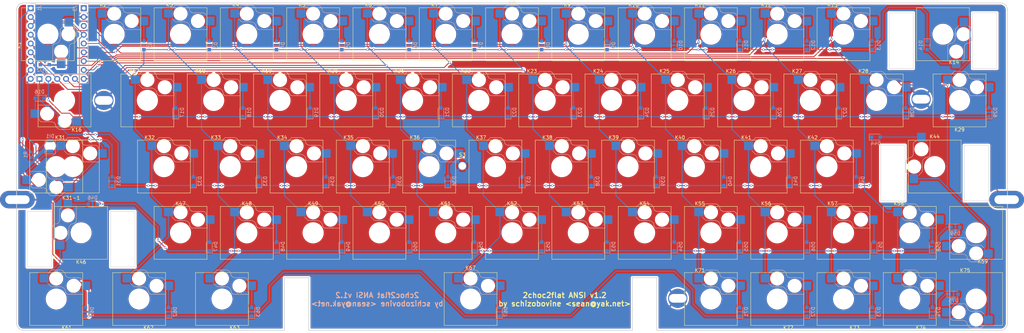
<source format=kicad_pcb>
(kicad_pcb (version 20211014) (generator pcbnew)
  (layers (0 "F.Cu" signal) (31 "B.Cu" signal) (34 "B.Paste" user) (35 "F.Paste" user) (36 "B.SilkS" user "B.Silkscreen") (37 "F.SilkS" user "F.Silkscreen") (38 "B.Mask" user) (39 "F.Mask" user) (44 "Edge.Cuts" user))
  (net 0 "")
  (net 1 "GND")
  (net 2 "row0")
  (net 3 "Net-(D1-Pad2)")
  (net 4 "Net-(D2-Pad2)")
  (net 5 "Net-(D3-Pad2)")
  (net 6 "Net-(D4-Pad2)")
  (net 7 "Net-(D5-Pad2)")
  (net 8 "Net-(D6-Pad2)")
  (net 9 "Net-(D7-Pad2)")
  (net 10 "Net-(D8-Pad2)")
  (net 11 "Net-(D9-Pad2)")
  (net 12 "Net-(D10-Pad2)")
  (net 13 "Net-(D11-Pad2)")
  (net 14 "Net-(D12-Pad2)")
  (net 15 "Net-(D13-Pad2)")
  (net 16 "Net-(D14-Pad2)")
  (net 17 "Net-(D16-Pad2)")
  (net 18 "row1")
  (net 19 "Net-(D17-Pad2)")
  (net 20 "Net-(D18-Pad2)")
  (net 21 "Net-(D19-Pad2)")
  (net 22 "Net-(D20-Pad2)")
  (net 23 "Net-(D21-Pad2)")
  (net 24 "Net-(D22-Pad2)")
  (net 25 "Net-(D23-Pad2)")
  (net 26 "Net-(D24-Pad2)")
  (net 27 "Net-(D25-Pad2)")
  (net 28 "Net-(D26-Pad2)")
  (net 29 "Net-(D27-Pad2)")
  (net 30 "Net-(D28-Pad2)")
  (net 31 "Net-(D29-Pad2)")
  (net 32 "row2")
  (net 33 "Net-(D31-Pad2)")
  (net 34 "Net-(D32-Pad2)")
  (net 35 "Net-(D33-Pad2)")
  (net 36 "Net-(D34-Pad2)")
  (net 37 "Net-(D35-Pad2)")
  (net 38 "Net-(D36-Pad2)")
  (net 39 "Net-(D37-Pad2)")
  (net 40 "Net-(D38-Pad2)")
  (net 41 "Net-(D39-Pad2)")
  (net 42 "Net-(D40-Pad2)")
  (net 43 "Net-(D41-Pad2)")
  (net 44 "Net-(D42-Pad2)")
  (net 45 "Net-(D44-Pad2)")
  (net 46 "row3")
  (net 47 "Net-(D46-Pad2)")
  (net 48 "Net-(D48-Pad2)")
  (net 49 "Net-(D49-Pad2)")
  (net 50 "Net-(D50-Pad2)")
  (net 51 "Net-(D51-Pad2)")
  (net 52 "Net-(D52-Pad2)")
  (net 53 "Net-(D53-Pad2)")
  (net 54 "Net-(D54-Pad2)")
  (net 55 "Net-(D55-Pad2)")
  (net 56 "Net-(D56-Pad2)")
  (net 57 "Net-(D57-Pad2)")
  (net 58 "Net-(D58-Pad2)")
  (net 59 "Net-(D59-Pad2)")
  (net 60 "Net-(D61-Pad2)")
  (net 61 "row4")
  (net 62 "Net-(D62-Pad2)")
  (net 63 "Net-(D63-Pad2)")
  (net 64 "col0")
  (net 65 "col1")
  (net 66 "col2")
  (net 67 "col3")
  (net 68 "col4")
  (net 69 "col5")
  (net 70 "col6")
  (net 71 "col7")
  (net 72 "col8")
  (net 73 "col9")
  (net 74 "col10")
  (net 75 "col11")
  (net 76 "col12")
  (net 77 "col13")
  (net 78 "+5V")
  (net 79 "+3V3")
  (net 80 "Net-(D47-Pad2)")
  (net 81 "Net-(DI1-Pad2)")
  (net 82 "Net-(D75-Pad2)")
  (net 83 "Net-(D74-Pad2)")
  (net 84 "Net-(D73-Pad2)")
  (net 85 "Net-(D72-Pad2)")
  (net 86 "Net-(D71-Pad2)")
  (net 87 "Net-(D67-Pad2)")
  (net 88 "caps")
  (footprint "Switch_Keyboard_Hotswap_Kailh_mine:SW_Hotswap_Kailh_Choc_V2_1.00u" (layer "F.Cu") (at 76.2 28.575)
    (fp_text reference "K19")
    (fp_text value "KEYSW")
  )
  (footprint "Switch_Keyboard_Hotswap_Kailh_mine:SW_Hotswap_Kailh_Choc_V2_1.00u" (layer "F.Cu") (at 95.25 28.575)
    (fp_text reference "K20")
    (fp_text value "KEYSW")
  )
  (footprint "Switch_Keyboard_Hotswap_Kailh_mine:SW_Hotswap_Kailh_Choc_V2_1.00u" (layer "F.Cu") (at 152.4 28.575)
    (fp_text reference "K23")
    (fp_text value "KEYSW")
  )
  (footprint "Switch_Keyboard_Hotswap_Kailh_mine:SW_Hotswap_Kailh_Choc_V2_1.00u" (layer "F.Cu") (at 171.45 28.575)
    (fp_text reference "K24")
    (fp_text value "KEYSW")
  )
  (footprint "Switch_Keyboard_Hotswap_Kailh_mine:SW_Hotswap_Kailh_Choc_V2_1.00u" (layer "F.Cu") (at 38.1 28.575)
    (fp_text reference "K17")
    (fp_text value "KEYSW")
  )
  (footprint "Switch_Keyboard_Hotswap_Kailh_mine:SW_Hotswap_Kailh_Choc_V2_1.00u" (layer "F.Cu") (at 133.35 28.575)
    (fp_text reference "K22")
    (fp_text value "KEYSW")
  )
  (footprint "Switch_Keyboard_Hotswap_Kailh_mine:SW_Hotswap_Kailh_Choc_V2_1.00u" (layer "F.Cu") (at 114.3 28.575)
    (fp_text reference "K21")
    (fp_text value "KEYSW")
  )
  (footprint "Switch_Keyboard_Hotswap_Kailh_mine:SW_Hotswap_Kailh_Choc_V2_1.00u" (layer "F.Cu") (at 57.15 28.575)
    (fp_text reference "K18")
    (fp_text value "KEYSW")
  )
  (footprint "Switch_Keyboard_Hotswap_Kailh_mine:SW_Hotswap_Kailh_Choc_V2_1.50u" (layer "F.Cu") (at 14.2875 28.575 180)
    (fp_text reference "K16")
    (fp_text value "KEYSW")
  )
  (footprint "Switch_Keyboard_Hotswap_Kailh_mine:SW_Hotswap_Kailh_Choc_V2_1.00u" (layer "F.Cu") (at 142.875 9.525)
    (fp_text reference "K8")
    (fp_text value "KEYSW")
  )
  (footprint "Switch_Keyboard_Hotswap_Kailh_mine:SW_Hotswap_Kailh_Choc_V2_1.00u" (layer "F.Cu") (at 180.975 9.525)
    (fp_text reference "K10")
    (fp_text value "KEYSW")
  )
  (footprint "Switch_Keyboard_Hotswap_Kailh_mine:SW_Hotswap_Kailh_Choc_V2_2.00u_270deg_Gateron_LP_Stabs" (layer "F.Cu") (at 266.7 9.525 -90)
    (fp_text reference "K14")
    (fp_text value "KEYSW")
    (fp_line (start -6.15 15.5) (end 9.85 15.5) (layer "Edge.Cuts") (width 0.12))
    (fp_line (start -6.15 8.5) (end -6.15 15.5) (layer "Edge.Cuts") (width 0.12))
    (fp_line (start 9.85 15.5) (end 9.85 8.5) (layer "Edge.Cuts") (width 0.12))
    (fp_line (start -6.15 -15.5) (end -6.15 -8.5) (layer "Edge.Cuts") (width 0.12))
    (fp_line (start 9.85 8.5) (end -6.15 8.5) (layer "Edge.Cuts") (width 0.12))
    (fp_line (start 9.85 -15.5) (end 9.85 -8.5) (layer "Edge.Cuts") (width 0.12))
    (fp_line (start -6.15 -8.5) (end 9.85 -8.5) (layer "Edge.Cuts") (width 0.12))
    (fp_line (start -6.15 -15.5) (end 9.85 -15.5) (layer "Edge.Cuts") (width 0.12))
  )
  (footprint "Switch_Keyboard_Hotswap_Kailh_mine:SW_Hotswap_Kailh_Choc_V2_1.00u" (layer "F.Cu") (at 85.725 9.525)
    (fp_text reference "K5")
    (fp_text value "KEYSW")
  )
  (footprint "Switch_Keyboard_Hotswap_Kailh_mine:SW_Hotswap_Kailh_Choc_V2_1.00u" (layer "F.Cu") (at 238.125 9.525)
    (fp_text reference "K13")
    (fp_text value "KEYSW")
  )
  (footprint "Switch_Keyboard_Hotswap_Kailh_mine:SW_Hotswap_Kailh_Choc_V2_1.00u" (layer "F.Cu") (at 219.075 9.525)
    (fp_text reference "K12")
    (fp_text value "KEYSW")
  )
  (footprint "Switch_Keyboard_Hotswap_Kailh_mine:SW_Hotswap_Kailh_Choc_V2_1.00u" (layer "F.Cu") (at 200.025 9.525)
    (fp_text reference "K11")
    (fp_text value "KEYSW")
  )
  (footprint "Switch_Keyboard_Hotswap_Kailh_mine:SW_Hotswap_Kailh_Choc_V2_1.00u" (layer "F.Cu") (at 161.925 9.525)
    (fp_text reference "K9")
    (fp_text value "KEYSW")
  )
  (footprint "Switch_Keyboard_Hotswap_Kailh_mine:SW_Hotswap_Kailh_Choc_V2_1.00u" (layer "F.Cu") (at 123.825 9.525)
    (fp_text reference "K7")
    (fp_text value "KEYSW")
  )
  (footprint "Switch_Keyboard_Hotswap_Kailh_mine:SW_Hotswap_Kailh_Choc_V2_1.00u" (layer "F.Cu") (at 104.775 9.525)
    (fp_text reference "K6")
    (fp_text value "KEYSW")
  )
  (footprint "Switch_Keyboard_Hotswap_Kailh_mine:SW_Hotswap_Kailh_Choc_V2_1.00u" (layer "F.Cu") (at 66.675 9.525)
    (fp_text reference "K4")
    (fp_text value "KEYSW")
  )
  (footprint "Switch_Keyboard_Hotswap_Kailh_mine:SW_Hotswap_Kailh_Choc_V2_1.00u" (layer "F.Cu") (at 28.575 9.525)
    (fp_text reference "K2")
    (fp_text value "KEYSW")
  )
  (footprint "Switch_Keyboard_Hotswap_Kailh_mine:SW_Hotswap_Kailh_Choc_V2_1.00u" (layer "F.Cu") (at 9.525 9.525 -90)
    (fp_text reference "K1")
    (fp_text value "KEYSW")
  )
  (footprint "Switch_Keyboard_Hotswap_Kailh_mine:SW_Hotswap_Kailh_Choc_V2_1.00u" (layer "F.Cu") (at 47.625 9.525)
    (fp_text reference "K3")
    (fp_text value "KEYSW")
  )
  (footprint "Switch_Keyboard_Hotswap_Kailh_mine:SW_Hotswap_Kailh_Choc_V2_1.00u" (layer "F.Cu") (at 200.025 85.725)
    (fp_text reference "K71")
    (fp_text value "KEYSW")
  )
  (footprint "Switch_Keyboard_Hotswap_Kailh_mine:SW_Hotswap_Kailh_Choc_V2_1.00u" (layer "F.Cu") (at 161.925 66.675)
    (fp_text reference "K53")
    (fp_text value "KEYSW")
  )
  (footprint "Switch_Keyboard_Hotswap_Kailh_mine:SW_Hotswap_Kailh_Choc_V2_1.00u" (layer "F.Cu") (at 257.17521 66.675056)
    (fp_text reference "K58")
    (fp_text value "KEYSW")
  )
  (footprint "Switch_Keyboard_Hotswap_Kailh_mine:SW_Hotswap_Kailh_Choc_V2_1.25u" (layer "F.Cu") (at 11.90625 47.625 180)
    (fp_text reference "K31-1")
    (fp_text value "KEYSW")
  )
  (footprint "Switch_Keyboard_Hotswap_Kailh_mine:SW_Hotswap_Kailh_Choc_V2_1.00u" (layer "F.Cu") (at 238.125 66.675)
    (fp_text reference "K57")
    (fp_text value "KEYSW")
  )
  (footprint "Switch_Keyboard_Hotswap_Kailh_mine:SW_Hotswap_Kailh_Choc_V2_1.00u" (layer "F.Cu") (at 180.975 66.675)
    (fp_text reference "K54")
    (fp_text value "KEYSW")
  )
  (footprint "Switch_Keyboard_Hotswap_Kailh_mine:SW_Hotswap_Kailh_Choc_V2_1.00u" (layer "F.Cu") (at 219.075 66.675)
    (fp_text reference "K56")
    (fp_text value "KEYSW")
  )
  (footprint "Switch_Keyboard_Hotswap_Kailh_mine:SW_Hotswap_Kailh_Choc_V2_1.00u" (layer "F.Cu") (at 142.875 66.675)
    (fp_text reference "K52")
    (fp_text value "KEYSW")
  )
  (footprint "Switch_Keyboard_Hotswap_Kailh_mine:SW_Hotswap_Kailh_Choc_V2_1.00u" (layer "F.Cu") (at 200.025 66.675)
    (fp_text reference "K55")
    (fp_text value "KEYSW")
  )
  (footprint "Switch_Keyboard_Hotswap_Kailh_mine:SW_Hotswap_Kailh_Choc_V2_1.00u" (layer "F.Cu") (at 257.175 85.725072)
    (fp_text reference "K74")
    (fp_text value "KEYSW")
  )
  (footprint "Switch_Keyboard_Hotswap_Kailh_mine:SW_Hotswap_Kailh_Choc_V2_1.00u" (layer "F.Cu") (at 238.125 85.725)
    (fp_text reference "K73")
    (fp_text value "KEYSW")
  )
  (footprint "Switch_Keyboard_Hotswap_Kailh_mine:SW_Hotswap_Kailh_Choc_V2_1.00u" (layer "F.Cu") (at 247.65 28.575)
    (fp_text reference "K28")
    (fp_text value "KEYSW")
  )
  (footprint "Switch_Keyboard_Hotswap_Kailh_mine:SW_Hotswap_Kailh_Choc_V2_1.00u" (layer "F.Cu") (at 66.675 66.675)
    (fp_text reference "K48")
    (fp_text value "KEYSW")
  )
  (footprint "Switch_Keyboard_Hotswap_Kailh_mine:SW_Hotswap_Kailh_Choc_V2_1.00u" (layer "F.Cu") (at 190.5 28.575)
    (fp_text reference "K25")
    (fp_text value "KEYSW")
  )
  (footprint "Switch_Keyboard_Hotswap_Kailh_mine:SW_Hotswap_Kailh_Choc_V2_1.00u" (layer "F.Cu") (at 119.0625 47.625)
    (fp_text reference "K36")
    (fp_text value "KEYSW")
  )
  (footprint "Switch_Keyboard_Hotswap_Kailh_mine:SW_Hotswap_Kailh_Choc_V2_1.00u" (layer "F.Cu") (at 61.9125 47.625)
    (fp_text reference "K33")
    (fp_text value "KEYSW")
  )
  (footprint "Switch_Keyboard_Hotswap_Kailh_mine:SW_Hotswap_Kailh_Choc_V2_1.25u" (layer "F.Cu") (at 59.53125 85.725)
    (fp_text reference "K63")
    (fp_text value "KEYSW")
  )
  (footprint "Switch_Keyboard_Hotswap_Kailh_mine:SW_Hotswap_Kailh_Choc_V2_2.25u_90deg_Gateron_LP_Stabs" (layer "F.Cu") (at 264.31875 47.625 90)
    (fp_text reference "K44")
    (fp_text value "KEYSW")
    (fp_line (start -9.85 8.5) (end 6.15 8.5) (layer "Edge.Cuts") (width 0.12))
    (fp_line (start 6.15 15.5) (end -9.85 15.5) (layer "Edge.Cuts") (width 0.12))
    (fp_line (start 6.15 8.5) (end 6.15 15.5) (layer "Edge.Cuts") (width 0.12))
    (fp_line (start 6.15 -15.5) (end 6.15 -8.5) (layer "Edge.Cuts") (width 0.12))
    (fp_line (start 6.15 -8.5) (end -9.85 -8.5) (layer "Edge.Cuts") (width 0.12))
    (fp_line (start -9.85 15.5) (end -9.85 8.5) (layer "Edge.Cuts") (width 0.12))
    (fp_line (start 6.15 -15.5) (end -9.85 -15.5) (layer "Edge.Cuts") (width 0.12))
    (fp_line (start -9.85 -15.5) (end -9.85 -8.5) (layer "Edge.Cuts") (width 0.12))
  )
  (footprint "Switch_Keyboard_Hotswap_Kailh_mine:SW_Hotswap_Kailh_Choc_V2_1.00u" (layer "F.Cu") (at 219.075 85.725)
    (fp_text reference "K72")
    (fp_text value "KEYSW")
  )
  (footprint "Switch_Keyboard_Hotswap_Kailh_mine:SW_Hotswap_Kailh_Choc_V2_1.00u" (layer "F.Cu") (at 276.225 66.675 180)
    (fp_text reference "K59")
    (fp_text value "KEYSW")
  )
  (footprint "Switch_Keyboard_Hotswap_Kailh_mine:SW_Hotswap_Kailh_Choc_V2_1.00u" (layer "F.Cu") (at 176.2125 47.625)
    (fp_text reference "K39")
    (fp_text value "KEYSW")
  )
  (footprint "Switch_Keyboard_Hotswap_Kailh_mine:SW_Hotswap_Kailh_Choc_V2_1.25u" (layer "F.Cu") (at 11.90625 85.725)
    (fp_text reference "K61")
    (fp_text value "KEYSW")
  )
  (footprint "Switch_Keyboard_Hotswap_Kailh_mine:SW_Hotswap_Kailh_Choc_V2_1.50u" (layer "F.Cu") (at 271.4625 28.575)
    (fp_text reference "K29")
    (fp_text value "KEYSW")
  )
  (footprint "Switch_Keyboard_Hotswap_Kailh_mine:SW_Hotswap_Kailh_Choc_V2_1.00u" (layer "F.Cu") (at 228.6 28.575)
    (fp_text reference "K27")
    (fp_text value "KEYSW")
  )
  (footprint "Switch_Keyboard_Hotswap_Kailh_mine:SW_Hotswap_Kailh_Choc_V2_1.00u" (layer "F.Cu") (at 104.775 66.675)
    (fp_text reference "K50")
    (fp_text value "KEYSW")
  )
  (footprint "Switch_Keyboard_Hotswap_Kailh_mine:SW_Hotswap_Kailh_Choc_V2_1.00u" (layer "F.Cu") (at 80.9625 47.625)
    (fp_text reference "K34")
    (fp_text value "KEYSW")
  )
  (footprint "Switch_Keyboard_Hotswap_Kailh_mine:SW_Hotswap_Kailh_Choc_V2_1.00u" (layer "F.Cu") (at 157.1625 47.625)
    (fp_text reference "K38")
    (fp_text value "KEYSW")
  )
  (footprint "Switch_Keyboard_Hotswap_Kailh_mine:SW_Hotswap_Kailh_Choc_V2_1.00u" (layer "F.Cu") (at 100.0125 47.625)
    (fp_text reference "K35")
    (fp_text value "KEYSW")
  )
  (footprint "Switch_Keyboard_Hotswap_Kailh_mine:SW_Hotswap_Kailh_Choc_V2_1.00u" (layer "F.Cu") (at 42.8625 47.625)
    (fp_text reference "K32")
    (fp_text value "KEYSW")
  )
  (footprint "Switch_Keyboard_Hotswap_Kailh_mine:SW_Hotswap_Kailh_Choc_V2_1.00u" (layer "F.Cu") (at 195.2625 47.625)
    (fp_text reference "K40")
    (fp_text value "KEYSW")
  )
  (footprint "Switch_Keyboard_Hotswap_Kailh_mine:SW_Hotswap_Kailh_Choc_V2_2.00u_90deg_Gateron_LP_Stabs" (layer "F.Cu") (at 19.05 66.675 90)
    (fp_text reference "K46")
    (fp_text value "KEYSW")
    (fp_line (start -9.85 8.5) (end 6.15 8.5) (layer "Edge.Cuts") (width 0.12))
    (fp_line (start 6.15 -8.5) (end -9.85 -8.5) (layer "Edge.Cuts") (width 0.12))
    (fp_line (start -9.85 15.5) (end -9.85 8.5) (layer "Edge.Cuts") (width 0.12))
    (fp_line (start 6.15 15.5) (end -9.85 15.5) (layer "Edge.Cuts") (width 0.12))
    (fp_line (start -9.85 -15.5) (end -9.85 -8.5) (layer "Edge.Cuts") (width 0.12))
    (fp_line (start 6.15 -15.5) (end 6.15 -8.5) (layer "Edge.Cuts") (width 0.12))
    (fp_line (start 6.15 8.5) (end 6.15 15.5) (layer "Edge.Cuts") (width 0.12))
    (fp_line (start 6.15 -15.5) (end -9.85 -15.5) (layer "Edge.Cuts") (width 0.12))
  )
  (footprint "Switch_Keyboard_Hotswap_Kailh_mine:SW_Hotswap_Kailh_Choc_V2_1.00u" (layer "F.Cu") (at 233.3625 47.625)
    (fp_text reference "K42")
    (fp_text value "KEYSW")
  )
  (footprint "Switch_Keyboard_Hotswap_Kailh_mine:SW_Hotswap_Kailh_Choc_V2_1.00u" (layer "F.Cu") (at 214.3125 47.625)
    (fp_text reference "K41")
    (fp_text value "KEYSW")
  )
  (footprint "Switch_Keyboard_Hotswap_Kailh_mine:SW_Hotswap_Kailh_Choc_V2_1.00u" (layer "F.Cu") (at 209.55 28.575)
    (fp_text reference "K26")
    (fp_text value "KEYSW")
  )
  (footprint "Switch_Keyboard_Hotswap_Kailh_mine:SW_Hotswap_Kailh_Choc_V2_1.00u" (layer "F.Cu") (at 138.1125 47.625)
    (fp_text reference "K37")
    (fp_text value "KEYSW")
  )
  (footprint "Switch_Keyboard_Hotswap_Kailh_mine:SW_Hotswap_Kailh_Choc_V2_1.75u" (layer "F.Cu") (at 16.66875 47.625)
    (fp_text reference "K31")
    (fp_text value "KEYSW")
  )
  (footprint "Switch_Keyboard_Hotswap_Kailh_mine:SW_Hotswap_Kailh_Choc_V2_1.00u" (layer "F.Cu") (at 123.825 66.675)
    (fp_text reference "K51")
    (fp_text value "KEYSW")
  )
  (footprint "Switch_Keyboard_Hotswap_Kailh_mine:SW_Hotswap_Kailh_Choc_V2_1.25u" (layer "F.Cu") (at 35.71875 85.725)
    (fp_text reference "K62")
    (fp_text value "KEYSW")
  )
  (footprint "Switch_Keyboard_Hotswap_Kailh_mine:SW_Hotswap_Kailh_Choc_V2_1.00u" (layer "F.Cu") (at 85.725 66.675)
    (fp_text reference "K49")
    (fp_text value "KEYSW")
  )
  (footprint "footprints:10x5_7x2.5mm" (layer "F.Cu") (at 0.75024 57.125)
    (fp_text reference "S4" hide)
    (fp_text value "Screw")
  )
  (footprint "footprints:10x5_7x2.5mm" (layer "F.Cu") (at 285 57.125)
    (fp_text reference "S5" hide)
    (fp_text value "Screw")
  )
  (footprint "Switch_Keyboard_Hotswap_Kailh_mine:SW_Hotswap_Kailh_Choc_V2_6.25u" (layer "F.Cu") (at 130.96875 85.725)
    (fp_text reference "K67")
    (fp_text value "KEYSW")
  )
  (footprint "footprints:5.5_5x2.5mm" (layer "F.Cu") (at 260.425 28.22705)
    (fp_text reference "S2" hide)
    (fp_text value "Screw")
  )
  (footprint "footprints:5.5_5x2.5mm" (layer "F.Cu") (at 25.6 28.575024)
    (fp_text reference "S1" hide)
    (fp_text value "Screw")
  )
  (footprint "MountingHole:MountingHole_2.2mm_M2_Pad_TopOnly" (layer "F.Cu") (at 128.587608 47.42504)
    (fp_text reference "S3")
    (fp_text value "Screw")
  )
  (footprint "footprints:5.5_5x2.5mm" (layer "F.Cu") (at 190.50016 85.525)
    (fp_text reference "S6" hide)
    (fp_text value "Screw")
  )
  (footprint "Switch_Keyboard_Hotswap_Kailh_mine:SW_Hotswap_Kailh_Choc_V2_1.00u" (layer "F.Cu") (at 276.225 85.725072 180)
    (fp_text reference "K75")
    (fp_text value "KEYSW")
  )
  (footprint "Switch_Keyboard_Hotswap_Kailh_mine:SW_Hotswap_Kailh_Choc_V2_1.00u" (layer "F.Cu") (at 47.625 66.675)
    (fp_text reference "K47")
    (fp_text value "KEYSW")
  )
  (footprint "Diode_SMD:D_SOD-323_HandSoldering" (layer "B.Cu") (at 246.38 89.408 90)
    (fp_text reference "D73")
    (fp_text value "D")
  )
  (footprint "Diode_SMD:D_SOD-323_HandSoldering" (layer "B.Cu") (at 227.584 89.408 90)
    (fp_text reference "D72")
    (fp_text value "D")
  )
  (footprint "Diode_SMD:D_SOD-323_HandSoldering" (layer "B.Cu") (at 208.28 89.408 90)
    (fp_text reference "D71")
    (fp_text value "D")
  )
  (footprint "Diode_SMD:D_SOD-323_HandSoldering" (layer "B.Cu") (at 139.192 89.408 90)
    (fp_text reference "D67")
    (fp_text value "D")
  )
  (footprint "Diode_SMD:D_SOD-323_HandSoldering" (layer "B.Cu") (at 68.072 89.408 90)
    (fp_text reference "D63")
    (fp_text value "D")
  )
  (footprint "Diode_SMD:D_SOD-323_HandSoldering" (layer "B.Cu") (at 270.256 65.024)
    (fp_text reference "D59")
    (fp_text value "D")
  )
  (footprint "Diode_SMD:D_SOD-323_HandSoldering" (layer "B.Cu") (at 263.652 70.612 90)
    (fp_text reference "D58")
    (fp_text value "D")
  )
  (footprint "Diode_SMD:D_SOD-323_HandSoldering" (layer "B.Cu") (at 246.888 70.612 90)
    (fp_text reference "D57")
    (fp_text value "D")
  )
  (footprint "Diode_SMD:D_SOD-323_HandSoldering" (layer "B.Cu") (at 227.584 70.612 90)
    (fp_text reference "D56")
    (fp_text value "D")
  )
  (footprint "Diode_SMD:D_SOD-323_HandSoldering" (layer "B.Cu") (at 170.18 70.612 90)
    (fp_text reference "D53")
    (fp_text value "D")
  )
  (footprint "Diode_SMD:D_SOD-323_HandSoldering" (layer "B.Cu") (at 132.08 70.612 90)
    (fp_text reference "D51")
    (fp_text value "D")
  )
  (footprint "Diode_SMD:D_SOD-323_HandSoldering" (layer "B.Cu") (at 113.284 70.612 90)
    (fp_text reference "D50")
    (fp_text value "D")
  )
  (footprint "Diode_SMD:D_SOD-323_HandSoldering" (layer "B.Cu") (at 236.728 32.004 90)
    (fp_text reference "D27")
    (fp_text value "D")
  )
  (footprint "Diode_SMD:D_SOD-323_HandSoldering" (layer "B.Cu") (at 241.808 51.816 90)
    (fp_text reference "D42")
    (fp_text value "D")
  )
  (footprint "Diode_SMD:D_SOD-323_HandSoldering" (layer "B.Cu") (at 65.532 32.004 90)
    (fp_text reference "D18")
    (fp_text value "D")
  )
  (footprint "Diode_SMD:D_SOD-323_HandSoldering" (layer "B.Cu") (at 198.628 32.004 90)
    (fp_text reference "D25")
    (fp_text value "D")
  )
  (footprint "Diode_SMD:D_SOD-323_HandSoldering" (layer "B.Cu") (at 222.504 51.816 90)
    (fp_text reference "D41")
    (fp_text value "D")
  )
  (footprint "Diode_SMD:D_SOD-323_HandSoldering" (layer "B.Cu") (at 124.46 51.816 90)
    (fp_text reference "D36")
    (fp_text value "D")
  )
  (footprint "Diode_SMD:D_SOD-323_HandSoldering" (layer "B.Cu") (at 27.94 51.816 90)
    (fp_text reference "D31")
    (fp_text value "D")
  )
  (footprint "Diode_SMD:D_SOD-323_HandSoldering" (layer "B.Cu") (at 203.708 51.816 90)
    (fp_text reference "D40")
    (fp_text value "D")
  )
  (footprint "Diode_SMD:D_SOD-323_HandSoldering" (layer "B.Cu") (at 145.796 51.816 90)
    (fp_text reference "D37")
    (fp_text value "D")
  )
  (footprint "Diode_SMD:D_SOD-323_HandSoldering" (layer "B.Cu") (at 51.308 51.816 90)
    (fp_text reference "D32")
    (fp_text value "D")
  )
  (footprint "Diode_SMD:D_SOD-323_HandSoldering" (layer "B.Cu") (at 89.408 51.816 90)
    (fp_text reference "D34")
    (fp_text value "D")
  )
  (footprint "Diode_SMD:D_SOD-323_HandSoldering" (layer "B.Cu") (at 122.428 32.004 90)
    (fp_text reference "D21")
    (fp_text value "D")
  )
  (footprint "Diode_SMD:D_SOD-323_HandSoldering" (layer "B.Cu") (at 217.932 32.004 90)
    (fp_text reference "D26")
    (fp_text value "D")
  )
  (footprint "Diode_SMD:D_SOD-323_HandSoldering" (layer "B.Cu") (at 141.732 32.004 90)
    (fp_text reference "D22")
    (fp_text value "D")
  )
  (footprint "Diode_SMD:D_SOD-323_HandSoldering" (layer "B.Cu") (at 179.832 32.004 90)
    (fp_text reference "D24")
    (fp_text value "D")
  )
  (footprint "Diode_SMD:D_SOD-323_HandSoldering" (layer "B.Cu") (at 165.608 51.816 90)
    (fp_text reference "D38")
    (fp_text value "D")
  )
  (footprint "Diode_SMD:D_SOD-323_HandSoldering" (layer "B.Cu") (at 108.712 51.816 90)
    (fp_text reference "D35")
    (fp_text value "D")
  )
  (footprint "Diode_SMD:D_SOD-323_HandSoldering" (layer "B.Cu") (at 75.184 70.612 90)
    (fp_text reference "D48")
    (fp_text value "D")
  )
  (footprint "Diode_SMD:D_SOD-323_HandSoldering" (layer "B.Cu") (at 189.484 70.612 90)
    (fp_text reference "D54")
    (fp_text value "D")
  )
  (footprint "Diode_SMD:D_SOD-323_HandSoldering" (layer "B.Cu") (at 247.396 39.116)
    (fp_text reference "D44")
    (fp_text value "D")
  )
  (footprint "Diode_SMD:D_SOD-323_HandSoldering" (layer "B.Cu") (at 44.196 89.408 90)
    (fp_text reference "D62")
    (fp_text value "D")
  )
  (footprint "Diode_SMD:D_SOD-323_HandSoldering" (layer "B.Cu") (at 184.404 51.816 90)
    (fp_text reference "D39")
    (fp_text value "D")
  )
  (footprint "Diode_SMD:D_SOD-323_HandSoldering" (layer "B.Cu") (at 103.632 32.004 90)
    (fp_text reference "D20")
    (fp_text value "D")
  )
  (footprint "Diode_SMD:D_SOD-323_HandSoldering" (layer "B.Cu") (at 256.032 32.004 90)
    (fp_text reference "D28")
    (fp_text value "D")
  )
  (footprint "Diode_SMD:D_SOD-323_HandSoldering" (layer "B.Cu") (at 70.104 51.816 90)
    (fp_text reference "D33")
    (fp_text value "D")
  )
  (footprint "Diode_SMD:D_SOD-323_HandSoldering" (layer "B.Cu") (at 160.528 32.004 90)
    (fp_text reference "D23")
    (fp_text value "D")
  )
  (footprint "Diode_SMD:D_SOD-323_HandSoldering" (layer "B.Cu") (at 208.28 70.612 90)
    (fp_text reference "D55")
    (fp_text value "D")
  )
  (footprint "Diode_SMD:D_SOD-323_HandSoldering" (layer "B.Cu") (at 151.384 70.612 90)
    (fp_text reference "D52")
    (fp_text value "D")
  )
  (footprint "Diode_SMD:D_SOD-323_HandSoldering" (layer "B.Cu") (at 84.836 32.004 90)
    (fp_text reference "D19")
    (fp_text value "D")
  )
  (footprint "Diode_SMD:D_SOD-323_HandSoldering" (layer "B.Cu") (at 189.484 12.7 90)
    (fp_text reference "D10")
    (fp_text value "D")
  )
  (footprint "Diode_SMD:D_SOD-323_HandSoldering" (layer "B.Cu") (at 262.128 12.7 -90)
    (fp_text reference "D14")
    (fp_text value "D")
  )
  (footprint "Diode_SMD:D_SOD-323_HandSoldering" (layer "B.Cu") (at 170.18 12.7 90)
    (fp_text reference "D9")
    (fp_text value "D")
  )
  (footprint "Diode_SMD:D_SOD-323_HandSoldering" (layer "B.Cu") (at 246.38 12.7 90)
    (fp_text reference "D13")
    (fp_text value "D")
  )
  (footprint "Diode_SMD:D_SOD-323_HandSoldering" (layer "B.Cu") (at 208.28 12.7 90)
    (fp_text reference "D11")
    (fp_text value "D")
  )
  (footprint "Diode_SMD:D_SOD-323_HandSoldering" (layer "B.Cu") (at 46.228 32.004 90)
    (fp_text reference "D17")
    (fp_text value "D")
  )
  (footprint "Diode_SMD:D_SOD-323_HandSoldering" (layer "B.Cu") (at 7.112 27.94 180)
    (fp_text reference "D16")
    (fp_text value "D")
  )
  (footprint "Diode_SMD:D_SOD-323_HandSoldering" (layer "B.Cu") (at 227.584 12.7 90)
    (fp_text reference "D12")
    (fp_text value "D")
  )
  (footprint "Diode_SMD:D_SOD-323_HandSoldering" (layer "B.Cu") (at 132.08 12.7 90)
    (fp_text reference "D7")
    (fp_text value "D")
  )
  (footprint "Diode_SMD:D_SOD-323_HandSoldering" (layer "B.Cu") (at 55.88 12.7 90)
    (fp_text reference "D3")
    (fp_text value "D")
  )
  (footprint "Diode_SMD:D_SOD-323_HandSoldering" (layer "B.Cu") (at 93.98 12.7 90)
    (fp_text reference "D5")
    (fp_text value "D")
  )
  (footprint "Diode_SMD:D_SOD-323_HandSoldering" (layer "B.Cu") (at 151.384 12.7 90)
    (fp_text reference "D8")
    (fp_text value "D")
  )
  (footprint "Diode_SMD:D_SOD-323_HandSoldering" (layer "B.Cu") (at 113.284 12.7 90)
    (fp_text reference "D6")
    (fp_text value "D")
  )
  (footprint "Diode_SMD:D_SOD-323_HandSoldering" (layer "B.Cu") (at 75.184 12.7 90)
    (fp_text reference "D4")
    (fp_text value "D")
  )
  (footprint "Diode_SMD:D_SOD-323_HandSoldering" (layer "B.Cu") (at 263.652 89.408 90)
    (fp_text reference "D74")
    (fp_text value "D")
  )
  (footprint "Connector_PinHeader_2.54mm:PinHeader_1x09_P2.54mm_Vertical" (layer "B.Cu") (at 4.572 2.042 180)
    (fp_text reference "J1")
    (fp_text value "Conn_01x09_Male")
  )
  (footprint "Diode_SMD:D_SOD-323_HandSoldering" (layer "B.Cu") (at 93.98 70.612 90)
    (fp_text reference "D49")
    (fp_text value "D")
  )
  (footprint "Diode_SMD:D_SOD-323_HandSoldering" (layer "B.Cu") (at 22.352 58.42 180)
    (fp_text reference "D46")
    (fp_text value "D")
  )
  (footprint "Diode_SMD:D_SOD-323_HandSoldering" (layer "B.Cu") (at 279.908 32.004 90)
    (fp_text reference "D29")
    (fp_text value "D")
  )
  (footprint "Diode_SMD:D_SOD-323_HandSoldering" (layer "B.Cu") (at 8.636 18.288)
    (fp_text reference "D1")
    (fp_text value "D")
  )
  (footprint "Diode_SMD:D_SOD-323_HandSoldering" (layer "B.Cu") (at 37.084 12.7 90)
    (fp_text reference "D2")
    (fp_text value "D")
  )
  (footprint "Diode_SMD:D_SOD-323_HandSoldering" (layer "B.Cu") (at 20.32 89.408 90)
    (fp_text reference "D61")
    (fp_text value "D")
  )
  (footprint "Connector_PinHeader_2.54mm:PinHeader_1x05_P2.54mm_Vertical" (layer "B.Cu") (at 7.112 22.362 -90)
    (fp_text reference "J2")
    (fp_text value "Conn_01x05_Male")
  )
  (footprint "Connector_PinHeader_2.54mm:PinHeader_1x09_P2.54mm_Vertical" (layer "B.Cu") (at 19.812 2.042 180)
    (fp_text reference "J3")
    (fp_text value "Conn_01x09_Male")
  )
  (footprint "Diode_SMD:D_SOD-323_HandSoldering" (layer "B.Cu") (at 55.88 70.612 90)
    (fp_text reference "D47")
    (fp_text value "D")
  )
  (footprint "Diode_SMD:D_SOD-323_HandSoldering" (layer "B.Cu") (at 269.748 84.328)
    (fp_text reference "D75")
    (fp_text value "D")
  )
  (footprint "Resistor_SMD:R_0603_1608Metric" (layer "B.Cu") (at 4.572 44.196 -90)
    (fp_text reference "R1")
    (fp_text value "330R")
  )
  (footprint "LED_SMD:LED_1206_3216Metric_ReverseMount_Hole1.8x2.4mm" (layer "B.Cu") (at 10.16 41.656 90)
    (fp_text reference "DI1")
    (fp_text value "LED")
  )
  (gr_line (start 283.225 0.525) (end 2.525 0.525) (layer "Edge.Cuts") (width 0.2))
  (gr_arc (start 0.525 2.525) (mid 1.110786 1.110786) (end 2.525 0.525) (layer "Edge.Cuts") (width 0.2))
  (gr_arc (start 285.225 92.725064) (mid 284.639214 94.139278) (end 283.225 94.725064) (layer "Edge.Cuts") (width 0.2))
  (gr_line (start 77.469 79.6) (end 84.469 79.6) (layer "Edge.Cuts") (width 0.2))
  (gr_line (start 84.469 94.725064) (end 177.469 94.725064) (layer "Edge.Cuts") (width 0.2))
  (gr_line (start 77.469 79.6) (end 77.469 94.725064) (layer "Edge.Cuts") (width 0.2))
  (gr_line (start 0.525 2.525) (end 0.525 92.725064) (layer "Edge.Cuts") (width 0.2))
  (gr_arc (start 283.225 0.525) (mid 284.639214 1.110786) (end 285.225 2.525) (layer "Edge.Cuts") (width 0.2))
  (gr_line (start 184.469 79.575) (end 184.469 94.725064) (layer "Edge.Cuts") (width 0.2))
  (gr_arc (start 2.525 94.725064) (mid 1.110786 94.139278) (end 0.525 92.725064) (layer "Edge.Cuts") (width 0.2))
  (gr_line (start 2.525 94.725064) (end 77.469 94.725064) (layer "Edge.Cuts") (width 0.2))
  (gr_line (start 177.469 79.575) (end 184.469 79.575) (layer "Edge.Cuts") (width 0.2))
  (gr_line (start 84.469 79.6) (end 84.469 94.725064) (layer "Edge.Cuts") (width 0.2))
  (gr_line (start 184.469 94.725064) (end 283.225 94.725064) (layer "Edge.Cuts") (width 0.2))
  (gr_line (start 285.225 92.725064) (end 285.225 2.525) (layer "Edge.Cuts") (width 0.2))
  (gr_line (start 177.469 79.575) (end 177.469 94.725064) (layer "Edge.Cuts") (width 0.2))
  (gr_text "2choc2flat ANSI v1.2\nby schizobovine <sean@yak.net>" (at 104.14 85.852) (layer "B.SilkS") (effects (font (size 1.5 1.5) (thickness 0.3)) (justify mirror)))
  (gr_text "2choc2flat ANSI v1.2\nby schizobovine <sean@yak.net>" (at 157.988 85.852) (layer "F.SilkS") (effects (font (size 1.5 1.5) (thickness 0.3))))
  (segment (start 282.194 54.319) (end 282.194 41.91) (width 0.25) (layer "F.Cu") (net 1))
  (segment (start 272.288 32.004) (end 264.20195 32.004) (width 0.25) (layer "F.Cu") (net 1))
  (segment (start 285 57.125) (end 282.194 54.319) (width 0.25) (layer "F.Cu") (net 1))
  (segment (start 282.194 41.91) (end 272.288 32.004) (width 0.25) (layer "F.Cu") (net 1))
  (segment (start 264.20195 32.004) (end 260.425 28.22705) (width 0.25) (layer "F.Cu") (net 1))
  (segment (start 82.296 13.97) (end 82.278911 13.987089) (width 0.25) (layer "F.Cu") (net 2))
  (segment (start 12.192 22.378957) (end 15.213043 25.4) (width 0.25) (layer "F.Cu") (net 2))
  (segment (start 63.246 13.97) (end 63.228911 13.987089) (width 0.25) (layer "F.Cu") (net 2))
  (segment (start 101.346 13.97) (end 101.328911 13.987089) (width 0.25) (layer "F.Cu") (net 2))
  (segment (start 103.124 13.97) (end 101.346 13.97) (width 0.25) (layer "F.Cu") (net 2))
  (segment (start 15.213043 25.4) (end 21.844 25.4) (width 0.25) (layer "F.Cu") (net 2))
  (segment (start 34.544 20.574) (end 33.274 21.844) (width 0.25) (layer "F.Cu") (net 2))
  (segment (start 160.274 13.97) (end 158.242 13.97) (width 0.25) (layer "F.Cu") (net 2))
  (segment (start 217.678 13.97) (end 215.138 13.97) (width 0.25) (layer "F.Cu") (net 2))
  (segment (start 33.274 21.844) (end 25.4 21.844) (width 0.25) (layer "F.Cu") (net 2))
  (segment (start 84.074 13.97) (end 82.296 13.97) (width 0.25) (layer "F.Cu") (net 2))
  (segment (start 198.374 13.97) (end 196.342 13.97) (width 0.25) (layer "F.Cu") (net 2))
  (segment (start 141.224 13.97) (end 139.192 13.97) (width 0.25) (layer "F.Cu") (net 2))
  (segment (start 179.324 13.97) (end 177.292 13.97) (width 0.25) (layer "F.Cu") (net 2))
  (segment (start 65.024 13.97) (end 63.246 13.97) (width 0.25) (layer "F.Cu") (net 2))
  (segment (start 122.174 13.97) (end 120.142 13.97) (width 0.25) (layer "F.Cu") (net 2))
  (segment (start 21.844 25.4) (end 25.4 21.844) (width 0.25) (layer "F.Cu") (net 2))
  (segment (start 45.974 13.97) (end 44.196 13.97) (width 0.25) (layer "F.Cu") (net 2))
  (segment (start 12.192 22.362) (end 12.192 22.378957) (width 0.25) (layer "F.Cu") (net 2))
  (segment (start 44.196 13.97) (end 44.178911 13.987089) (width 0.25) (layer "F.Cu") (net 2))
  (segment (start 236.728 13.97) (end 234.188 13.97) (width 0.25) (layer "F.Cu") (net 2))
  (via (at 160.274 13.97) (size 0.6) (drill 0.4) (layers "F.Cu" "B.Cu") (net 2))
  (via (at 44.178911 13.987089) (size 0.6) (drill 0.4) (layers "F.Cu" "B.Cu") (net 2))
  (via (at 179.324 13.97) (size 0.6) (drill 0.4) (layers "F.Cu" "B.Cu") (net 2))
  (via (at 120.142 13.97) (size 0.6) (drill 0.4) (layers "F.Cu" "B.Cu") (net 2))
  (via (at 65.024 13.97) (size 0.6) (drill 0.4) (layers "F.Cu" "B.Cu") (net 2))
  (via (at 234.188 13.97) (size 0.6) (drill 0.4) (layers "F.Cu" "B.Cu") (net 2))
  (via (at 158.242 13.97) (size 0.6) (drill 0.4) (layers "F.Cu" "B.Cu") (net 2))
  (via (at 217.678 13.97) (size 0.6) (drill 0.4) (layers "F.Cu" "B.Cu") (net 2))
  (via (at 177.292 13.97) (size 0.6) (drill 0.4) (layers "F.Cu" "B.Cu") (net 2))
  (via (at 139.192 13.97) (size 0.6) (drill 0.4) (layers "F.Cu" "B.Cu") (net 2))
  (via (at 141.224 13.97) (size 0.6) (drill 0.4) (layers "F.Cu" "B.Cu") (net 2))
  (via (at 236.728 13.97) (size 0.6) (drill 0.4) (layers "F.Cu" "B.Cu") (net 2))
  (via (at 103.124 13.97) (size 0.6) (drill 0.4) (layers "F.Cu" "B.Cu") (net 2))
  (via (at 215.138 13.97) (size 0.6) (drill 0.4) (layers "F.Cu" "B.Cu") (net 2))
  (via (at 63.228911 13.987089) (size 0.6) (drill 0.4) (layers "F.Cu" "B.Cu") (net 2))
  (via (at 45.974 13.97) (size 0.6) (drill 0.4) (layers "F.Cu" "B.Cu") (net 2))
  (via (at 196.342 13.97) (size 0.6) (drill 0.4) (layers "F.Cu" "B.Cu") (net 2))
  (via (at 101.328911 13.987089) (size 0.6) (drill 0.4) (layers "F.Cu" "B.Cu") (net 2))
  (via (at 198.374 13.97) (size 0.6) (drill 0.4) (layers "F.Cu" "B.Cu") (net 2))
  (via (at 34.544 20.574) (size 0.6) (drill 0.4) (layers "F.Cu" "B.Cu") (net 2))
  (via (at 84.074 13.97) (size 0.6) (drill 0.4) (layers "F.Cu" "B.Cu") (net 2))
  (via (at 122.174 13.97) (size 0.6) (drill 0.4) (layers "F.Cu" "B.Cu") (net 2))
  (via (at 82.278911 13.987089) (size 0.6) (drill 0.4) (layers "F.Cu" "B.Cu") (net 2))
  (segment (start 101.291822 13.95) (end 93.98 13.95) (width 0.25) (layer "B.Cu") (net 2))
  (segment (start 122.194 13.95) (end 122.174 13.97) (width 0.25) (layer "B.Cu") (net 2))
  (segment (start 198.394 13.95) (end 198.374 13.97) (width 0.25) (layer "B.Cu") (net 2))
  (segment (start 177.292 13.97) (end 177.272 13.95) (width 0.25) (layer "B.Cu") (net 2))
  (segment (start 120.142 13.97) (end 120.122 13.95) (width 0.25) (layer "B.Cu") (net 2))
  (segment (start 45.994 13.95) (end 45.974 13.97) (width 0.25) (layer "B.Cu") (net 2))
  (segment (start 196.342 13.97) (end 196.322 13.95) (width 0.25) (layer "B.Cu") (net 2))
  (segment (start 101.328911 13.987089) (end 101.291822 13.95) (width 0.25) (layer "B.Cu") (net 2))
  (segment (start 103.144 13.95) (end 103.124 13.97) (width 0.25) (layer "B.Cu") (net 2))
  (segment (start 65.044 13.95) (end 65.024 13.97) (width 0.25) (layer "B.Cu") (net 2))
  (segment (start 151.384 13.95) (end 141.244 13.95) (width 0.25) (layer "B.Cu") (net 2))
  (segment (start 217.698 13.95) (end 217.678 13.97) (width 0.25) (layer "B.Cu") (net 2))
  (segment (start 249.428 3.302) (end 250.952 1.778) (width 0.25) (layer "B.Cu") (net 2))
  (segment (start 234.168 13.95) (end 227.584 13.95) (width 0.25) (layer "B.Cu") (net 2))
  (segment (start 44.178911 13.987089) (end 44.141822 13.95) (width 0.25) (layer "B.Cu") (net 2))
  (segment (start 37.084 13.95) (end 37.084 18.034) (width 0.25) (layer "B.Cu") (net 2))
  (segment (start 139.192 13.97) (end 139.172 13.95) (width 0.25) (layer "B.Cu") (net 2))
  (segment (start 141.244 13.95) (end 141.224 13.97) (width 0.25) (layer "B.Cu") (net 2))
  (segment (start 132.08 13.95) (end 122.194 13.95) (width 0.25) (layer "B.Cu") (net 2))
  (segment (start 236.748 13.95) (end 236.728 13.97) (width 0.25) (layer "B.Cu") (net 2))
  (segment (start 234.188 13.97) (end 234.168 13.95) (width 0.25) (layer "B.Cu") (net 2))
  (segment (start 75.184 13.95) (end 65.044 13.95) (width 0.25) (layer "B.Cu") (net 2))
  (segment (start 158.222 13.95) (end 151.384 13.95) (width 0.25) (layer "B.Cu") (net 2))
  (segment (start 249.428 10.902) (end 249.428 3.302) (width 0.25) (layer "B.Cu") (net 2))
  (segment (start 82.241822 13.95) (end 75.184 13.95) (width 0.25) (layer "B.Cu") (net 2))
  (segment (start 260.35 1.778) (end 262.128 3.556) (width 0.25) (layer "B.Cu") (net 2))
  (segment (start 262.128 3.556) (end 262.128 11.45) (width 0.25) (layer "B.Cu") (net 2))
  (segment (start 196.322 13.95) (end 189.484 13.95) (width 0.25) (layer "B.Cu") (net 2))
  (segment (start 160.294 13.95) (end 160.274 13.97) (width 0.25) (layer "B.Cu") (net 2))
  (segment (start 8.118 18.288) (end 12.192 22.362) (width 0.25) (layer "B.Cu") (net 2))
  (segment (start 189.484 13.95) (end 179.344 13.95) (width 0.25) (layer "B.Cu") (net 2))
  (segment (start 158.242 13.97) (end 158.222 13.95) (width 0.25) (layer "B.Cu") (net 2))
  (segment (start 37.084 18.034) (end 34.544 20.574) (width 0.25) (layer "B.Cu") (net 2))
  (segment (start 139.172 13.95) (end 132.08 13.95) (width 0.25) (layer "B.Cu") (net 2))
  (segment (start 246.38 13.95) (end 236.748 13.95) (width 0.25) (layer "B.Cu") (net 2))
  (segment (start 215.118 13.95) (end 208.28 13.95) (width 0.25) (layer "B.Cu") (net 2))
  (segment (start 44.141822 13.95) (end 37.084 13.95) (width 0.25) (layer "B.Cu") (net 2))
  (segment (start 113.284 13.95) (end 103.144 13.95) (width 0.25) (layer "B.Cu") (net 2))
  (segment (start 179.344 13.95) (end 179.324 13.97) (width 0.25) (layer "B.Cu") (net 2))
  (segment (start 63.191822 13.95) (end 55.88 13.95) (width 0.25) (layer "B.Cu") (net 2))
  (segment (start 208.28 13.95) (end 198.394 13.95) (width 0.25) (layer "B.Cu") (net 2))
  (segment (start 55.88 13.95) (end 45.994 13.95) (width 0.25) (layer "B.Cu") (net 2))
  (segment (start 246.38 13.95) (end 249.428 10.902) (width 0.25) (layer "B.Cu") (net 2))
  (segment (start 63.228911 13.987089) (end 63.191822 13.95) (width 0.25) (layer "B.Cu") (net 2))
  (segment (start 93.98 13.95) (end 84.094 13.95) (width 0.25) (layer "B.Cu") (net 2))
  (segment (start 250.952 1.778) (end 260.35 1.778) (width 0.25) (layer "B.Cu") (net 2))
  (segment (start 7.386 18.288) (end 8.118 18.288) (width 0.25) (layer "B.Cu") (net 2))
  (segment (start 84.094 13.95) (end 84.074 13.97) (width 0.25) (layer "B.Cu") (net 2))
  (segment (start 170.18 13.95) (end 160.294 13.95) (width 0.25) (layer "B.Cu") (net 2))
  (segment (start 227.584 13.95) (end 217.698 13.95) (width 0.25) (layer "B.Cu") (net 2))
  (segment (start 120.122 13.95) (end 113.284 13.95) (width 0.25) (layer "B.Cu") (net 2))
  (segment (start 82.278911 13.987089) (end 82.241822 13.95) (width 0.25) (layer "B.Cu") (net 2))
  (segment (start 177.272 13.95) (end 170.18 13.95) (width 0.25) (layer "B.Cu") (net 2))
  (segment (start 215.138 13.97) (end 215.118 13.95) (width 0.25) (layer "B.Cu") (net 2))
  (segment (start 13.062 18.288) (end 13.325 18.025) (width 0.25) (layer "B.Cu") (net 3))
  (segment (start 9.886 18.288) (end 13.062 18.288) (width 0.25) (layer "B.Cu") (net 3))
  (segment (start 37.084 5.734) (end 37.084 11.45) (width 0.25) (layer "B.Cu") (net 4))
  (segment (start 37.075 5.725) (end 37.084 5.734) (width 0.25) (layer "B.Cu") (net 4))
  (segment (start 56.125 5.725) (end 55.88 5.97) (width 0.25) (layer "B.Cu") (net 5))
  (segment (start 55.88 5.97) (end 55.88 11.45) (width 0.25) (layer "B.Cu") (net 5))
  (segment (start 75.184 5.734) (end 75.184 11.45) (width 0.25) (layer "B.Cu") (net 6))
  (segment (start 75.175 5.725) (end 75.184 5.734) (width 0.25) (layer "B.Cu") (net 6))
  (segment (start 93.98 5.97) (end 93.98 11.45) (width 0.25) (layer "B.Cu") (net 7))
  (segment (start 94.225 5.725) (end 93.98 5.97) (width 0.25) (layer "B.Cu") (net 7))
  (segment (start 113.275 5.725) (end 113.284 5.734) (width 0.25) (layer "B.Cu") (net 8))
  (segment (start 113.284 5.734) (end 113.284 11.45) (width 0.25) (layer "B.Cu") (net 8))
  (segment (start 132.08 5.97) (end 132.08 11.45) (width 0.25) (layer "B.Cu") (net 9))
  (segment (start 132.325 5.725) (end 132.08 5.97) (width 0.25) (layer "B.Cu") (net 9))
  (segment (start 151.384 5.734) (end 151.384 11.45) (width 0.25) (layer "B.Cu") (net 10))
  (segment (start 151.375 5.725) (end 151.384 5.734) (width 0.25) (layer "B.Cu") (net 10))
  (segment (start 170.425 5.725) (end 170.18 5.97) (width 0.25) (layer "B.Cu") (net 11))
  (segment (start 170.18 5.97) (end 170.18 11.45) (width 0.25) (layer "B.Cu") (net 11))
  (segment (start 189.484 5.734) (end 189.484 11.45) (width 0.25) (layer "B.Cu") (net 12))
  (segment (start 189.475 5.725) (end 189.484 5.734) (width 0.25) (layer "B.Cu") (net 12))
  (segment (start 208.525 5.725) (end 208.28 5.97) (width 0.25) (layer "B.Cu") (net 13))
  (segment (start 208.28 5.97) (end 208.28 11.45) (width 0.25) (layer "B.Cu") (net 13))
  (segment (start 227.584 5.734) (end 227.584 11.45) (width 0.25) (layer "B.Cu") (net 14))
  (segment (start 227.575 5.725) (end 227.584 5.734) (width 0.25) (layer "B.Cu") (net 14))
  (segment (start 246.625 5.725) (end 246.38 5.97) (width 0.25) (layer "B.Cu") (net 15))
  (segment (start 246.38 5.97) (end 246.38 11.45) (width 0.25) (layer "B.Cu") (net 15))
  (segment (start 266.203 18.025) (end 270.5 18.025) (width 0.25) (layer "B.Cu") (net 16))
  (segment (start 262.128 13.95) (end 266.203 18.025) (width 0.25) (layer "B.Cu") (net 16))
  (segment (start 5.862 27.94) (end 5.862 32.3005) (width 0.25) (layer "B.Cu") (net 17))
  (segment (start 5.862 32.3005) (end 5.7875 32.375) (width 0.25) (layer "B.Cu") (net 17))
  (segment (start 226.06 33.274) (end 224.282 33.274) (width 0.25) (layer "F.Cu") (net 18))
  (segment (start 16.764 33.274) (end 15.748 32.258) (width 0.25) (layer "F.Cu") (net 18))
  (segment (start 35.56 33.274) (end 16.764 33.274) (width 0.25) (layer "F.Cu") (net 18))
  (segment (start 13.462 32.258) (end 9.652 28.448) (width 0.25) (layer "F.Cu") (net 18))
  (segment (start 130.556 33.274) (end 129.2255 33.274) (width 0.25) (layer "F.Cu") (net 18))
  (segment (start 207.01 33.274) (end 205.232 33.274) (width 0.25) (layer "F.Cu") (net 18))
  (segment (start 92.456 33.274) (end 90.932 33.274) (width 0.25) (layer "F.Cu") (net 18))
  (segment (start 269.24 33.274) (end 266.7 33.274) (width 0.25) (layer "F.Cu") (net 18))
  (segment (start 15.748 32.258) (end 13.462 32.258) (width 0.25) (layer "F.Cu") (net 18))
  (segment (start 168.91 33.274) (end 167.132 33.274) (width 0.25) (layer "F.Cu") (net 18))
  (segment (start 245.11 33.274) (end 243.332 33.274) (width 0.25) (layer "F.Cu") (net 18))
  (segment (start 73.406 33.274) (end 72.0755 33.274) (width 0.25) (layer "F.Cu") (net 18))
  (segment (start 149.606 33.274) (end 148.2755 33.274) (width 0.25) (layer "F.Cu") (net 18))
  (segment (start 54.61 33.274) (end 52.832 33.274) (width 0.25) (layer "F.Cu") (net 18))
  (segment (start 111.506 33.274) (end 110.1755 33.274) (width 0.25) (layer "F.Cu") (net 18))
  (segment (start 187.96 33.274) (end 186.182 33.274) (width 0.25) (layer "F.Cu") (net 18))
  (via (at 72.0755 33.274) (size 0.6) (drill 0.4) (layers "F.Cu" "B.Cu") (net 18))
  (via (at 9.652 28.448) (size 0.6) (drill 0.4) (layers "F.Cu" "B.Cu") (net 18))
  (via (at 73.406 33.274) (size 0.6) (drill 0.4) (layers "F.Cu" "B.Cu") (net 18))
  (via (at 54.61 33.274) (size 0.6) (drill 0.4) (layers "F.Cu" "B.Cu") (net 18))
  (via (at 226.06 33.274) (size 0.6) (drill 0.4) (layers "F.Cu" "B.Cu") (net 18))
  (via (at 266.7 33.274) (size 0.6) (drill 0.4) (layers "F.Cu" "B.Cu") (net 18))
  (via (at 35.56 33.274) (size 0.6) (drill 0.4) (layers "F.Cu" "B.Cu") (net 18))
  (via (at 111.506 33.274) (size 0.6) (drill 0.4) (layers "F.Cu" "B.Cu") (net 18))
  (via (at 52.832 33.274) (size 0.6) (drill 0.4) (layers "F.Cu" "B.Cu") (net 18))
  (via (at 205.232 33.274) (size 0.6) (drill 0.4) (layers "F.Cu" "B.Cu") (net 18))
  (via (at 269.24 33.274) (size 0.6) (drill 0.4) (layers "F.Cu" "B.Cu") (net 18))
  (via (at 187.96 33.274) (size 0.6) (drill 0.4) (layers "F.Cu" "B.Cu") (net 18))
  (via (at 224.282 33.274) (size 0.6) (drill 0.4) (layers "F.Cu" "B.Cu") (net 18))
  (via (at 168.91 33.274) (size 0.6) (drill 0.4) (layers "F.Cu" "B.Cu") (net 18))
  (via (at 149.606 33.274) (size 0.6) (drill 0.4) (layers "F.Cu" "B.Cu") (net 18))
  (via (at 245.11 33.274) (size 0.6) (drill 0.4) (layers "F.Cu" "B.Cu") (net 18))
  (via (at 148.2755 33.274) (size 0.6) (drill 0.4) (layers "F.Cu" "B.Cu") (net 18))
  (via (at 167.132 33.274) (size 0.6) (drill 0.4) (layers "F.Cu" "B.Cu") (net 18))
  (via (at 186.182 33.274) (size 0.6) (drill 0.4) (layers "F.Cu" "B.Cu") (net 18))
  (via (at 243.332 33.274) (size 0.6) (drill 0.4) (layers "F.Cu" "B.Cu") (net 18))
  (via (at 92.456 33.274) (size 0.6) (drill 0.4) (layers "F.Cu" "B.Cu") (net 18))
  (via (at 129.2255 33.274) (size 0.6) (drill 0.4) (layers "F.Cu" "B.Cu") (net 18))
  (via (at 207.01 33.274) (size 0.6) (drill 0.4) (layers "F.Cu" "B.Cu") (net 18))
  (via (at 90.932 33.274) (size 0.6) (drill 0.4) (layers "F.Cu" "B.Cu") (net 18))
  (via (at 110.1755 33.274) (size 0.6) (drill 0.4) (layers "F.Cu" "B.Cu") (net 18))
  (via (at 130.556 33.274) (size 0.6) (drill 0.4) (layers "F.Cu" "B.Cu") (net 18))
  (segment (start 111.526 33.254) (end 111.506 33.274) (width 0.25) (layer "B.Cu") (net 18))
  (segment (start 205.232 33.274) (end 205.212 33.254) (width 0.25) (layer "B.Cu") (net 18))
  (segment (start 256.032 33.254) (end 245.13 33.254) (width 0.25) (layer "B.Cu") (net 18))
  (segment (start 224.262 33.254) (end 217.932 33.254) (width 0.25) (layer "B.Cu") (net 18))
  (segment (start 207.03 33.254) (end 207.01 33.274) (width 0.25) (layer "B.Cu") (net 18))
  (segment (start 90.932 33.274) (end 90.912 33.254) (width 0.25) (layer "B.Cu") (net 18))
  (segment (start 148.2555 33.254) (end 141.732 33.254) (width 0.25) (layer "B.Cu") (net 18))
  (segment (start 110.1555 33.254) (end 103.632 33.254) (width 0.25) (layer "B.Cu") (net 18))
  (segment (start 279.908 33.254) (end 269.26 33.254) (width 0.25) (layer "B.Cu") (net 18))
  (segment (start 9.652 22.362) (end 9.652 26.416) (width 0.25) (layer "B.Cu") (net 18))
  (segment (start 46.228 33.254) (end 35.58 33.254) (width 0.25) (layer "B.Cu") (net 18))
  (segment (start 129.2055 33.254) (end 122.428 33.254) (width 0.25) (layer "B.Cu") (net 18))
  (segment (start 186.162 33.254) (end 179.832 33.254) (width 0.25) (layer "B.Cu") (net 18))
  (segment (start 236.728 33.254) (end 226.08 33.254) (width 0.25) (layer "B.Cu") (net 18))
  (segment (start 149.626 33.254) (end 149.606 33.274) (width 0.25) (layer "B.Cu") (net 18))
  (segment (start 35.58 33.254) (end 35.56 33.274) (width 0.25) (layer "B.Cu") (net 18))
  (segment (start 129.2255 33.274) (end 129.2055 33.254) (width 0.25) (layer "B.Cu") (net 18))
  (segment (start 226.08 33.254) (end 226.06 33.274) (width 0.25) (layer "B.Cu") (net 18))
  (segment (start 110.1755 33.274) (end 110.1555 33.254) (width 0.25) (layer "B.Cu") (net 18))
  (segment (start 72.0555 33.254) (end 65.532 33.254) (width 0.25) (layer "B.Cu") (net 18))
  (segment (start 266.68 33.254) (end 256.032 33.254) (width 0.25) (layer "B.Cu") (net 18))
  (segment (start 141.732 33.254) (end 130.576 33.254) (width 0.25) (layer "B.Cu") (net 18))
  (segment (start 9.652 26.416) (end 9.652 26.65) (width 0.25) (layer "B.Cu") (net 18))
  (segment (start 52.832 33.274) (end 52.812 33.254) (width 0.25) (layer "B.Cu") (net 18))
  (segment (start 9.652 26.65) (end 8.362 27.94) (width 0.25) (layer "B.Cu") (net 18))
  (segment (start 217.932 33.254) (end 207.03 33.254) (width 0.25) (layer "B.Cu") (net 18))
  (segment (start 90.912 33.254) (end 84.836 33.254) (width 0.25) (layer "B.Cu") (net 18))
  (segment (start 245.13 33.254) (end 245.11 33.274) (width 0.25) (layer "B.Cu") (net 18))
  (segment (start 269.26 33.254) (end 269.24 33.274) (width 0.25) (layer "B.Cu") (net 18))
  (segment (start 54.63 33.254) (end 54.61 33.274) (width 0.25) (layer "B.Cu") (net 18))
  (segment (start 167.132 33.274) (end 167.112 33.254) (width 0.25) (layer "B.Cu") (net 18))
  (segment (start 52.812 33.254) (end 46.228 33.254) (width 0.25) (layer "B.Cu") (net 18))
  (segment (start 224.282 33.274) (end 224.262 33.254) (width 0.25) (layer "B.Cu") (net 18))
  (segment (start 72.0755 33.274) (end 72.0555 33.254) (width 0.25) (layer "B.Cu") (net 18))
  (segment (start 168.93 33.254) (end 168.91 33.274) (width 0.25) (layer "B.Cu") (net 18))
  (segment (start 198.628 33.254) (end 187.98 33.254) (width 0.25) (layer "B.Cu") (net 18))
  (segment (start 103.632 33.254) (end 92.476 33.254) (width 0.25) (layer "B.Cu") (net 18))
  (segment (start 9.652 28.448) (end 9.652 26.416) (width 0.25) (layer "B.Cu") (net 18))
  (segment (start 243.332 33.274) (end 243.312 33.254) (width 0.25) (layer "B.Cu") (net 18))
  (segment (start 167.112 33.254) (end 160.528 33.254) (width 0.25) (layer "B.Cu") (net 18))
  (segment (start 186.182 33.274) (end 186.162 33.254) (width 0.25) (layer "B.Cu") (net 18))
  (segment (start 84.836 33.254) (end 73.426 33.254) (width 0.25) (layer "B.Cu") (net 18))
  (segment (start 122.428 33.254) (end 111.526 33.254) (width 0.25) (layer "B.Cu") (net 18))
  (segment (start 266.7 33.274) (end 266.68 33.254) (width 0.25) (layer "B.Cu") (net 18))
  (segment (start 130.576 33.254) (end 130.556 33.274) (width 0.25) (layer "B.Cu") (net 18))
  (segment (start 205.212 33.254) (end 198.628 33.254) (width 0.25) (layer "B.Cu") (net 18))
  (segment (start 160.528 33.254) (end 149.626 33.254) (width 0.25) (layer "B.Cu") (net 18))
  (segment (start 179.832 33.254) (end 168.93 33.254) (width 0.25) (layer "B.Cu") (net 18))
  (segment (start 92.476 33.254) (end 92.456 33.274) (width 0.25) (layer "B.Cu") (net 18))
  (segment (start 243.312 33.254) (end 236.728 33.254) (width 0.25) (layer "B.Cu") (net 18))
  (segment (start 148.2755 33.274) (end 148.2555 33.254) (width 0.25) (layer "B.Cu") (net 18))
  (segment (start 65.532 33.254) (end 54.63 33.254) (width 0.25) (layer "B.Cu") (net 18))
  (segment (start 187.98 33.254) (end 187.96 33.274) (width 0.25) (layer "B.Cu") (net 18))
  (segment (start 73.426 33.254) (end 73.406 33.274) (width 0.25) (layer "B.Cu") (net 18))
  (segment (start 46.6 24.775) (end 46.228 25.147) (width 0.25) (layer "B.Cu") (net 19))
  (segment (start 46.228 25.147) (end 46.228 30.754) (width 0.25) (layer "B.Cu") (net 19))
  (segment (start 65.65 24.775) (end 65.532 24.893) (width 0.25) (layer "B.Cu") (net 20))
  (segment (start 65.532 24.893) (end 65.532 30.754) (width 0.25) (layer "B.Cu") (net 20))
  (segment (start 84.836 24.911) (end 84.836 30.754) (width 0.25) (layer "B.Cu") (net 21))
  (segment (start 84.7 24.775) (end 84.836 24.911) (width 0.25) (layer "B.Cu") (net 21))
  (segment (start 103.632 24.893) (end 103.632 30.754) (width 0.25) (layer "B.Cu") (net 22))
  (segment (start 103.75 24.775) (end 103.632 24.893) (width 0.25) (layer "B.Cu") (net 22))
  (segment (start 122.8 24.775) (end 122.428 25.147) (width 0.25) (layer "B.Cu") (net 23))
  (segment (start 122.428 25.147) (end 122.428 30.754) (width 0.25) (layer "B.Cu") (net 23))
  (segment (start 141.732 24.893) (end 141.732 30.754) (width 0.25) (layer "B.Cu") (net 24))
  (segment (start 141.85 24.775) (end 141.732 24.893) (width 0.25) (layer "B.Cu") (net 24))
  (segment (start 160.9 24.775) (end 160.528 25.147) (width 0.25) (layer "B.Cu") (net 25))
  (segment (start 160.528 25.147) (end 160.528 30.754) (width 0.25) (layer "B.Cu") (net 25))
  (segment (start 179.95 24.775) (end 179.832 24.893) (width 0.25) (layer "B.Cu") (net 26))
  (segment (start 179.832 24.893) (end 179.832 30.754) (width 0.25) (layer "B.Cu") (net 26))
  (segment (start 198.628 25.147) (end 198.628 30.754) (width 0.25) (layer "B.Cu") (net 27))
  (segment (start 199 24.775) (end 198.628 25.147) (width 0.25) (layer "B.Cu") (net 27))
  (segment (start 217.932 24.893) (end 217.932 30.754) (width 0.25) (layer "B.Cu") (net 28))
  (segment (start 218.05 24.775) (end 217.932 24.893) (width 0.25) (layer "B.Cu") (net 28))
  (segment (start 237.1 24.775) (end 236.728 25.147) (width 0.25) (layer "B.Cu") (net 29))
  (segment (start 236.728 25.147) (end 236.728 30.754) (width 0.25) (layer "B.Cu") (net 29))
  (segment (start 256.032 24.893) (end 256.032 30.754) (width 0.25) (layer "B.Cu") (net 30))
  (segment (start 256.15 24.775) (end 256.032 24.893) (width 0.25) (layer "B.Cu") (net 30))
  (segment (start 279.9625 24.775) (end 279.908 24.8295) (width 0.25) (layer "B.Cu") (net 31))
  (segment (start 279.908 24.8295) (end 279.908 30.754) (width 0.25) (layer "B.Cu") (net 31))
  (segment (start 59.436 53.086) (end 57.404 53.086) (width 0.25) (layer "F.Cu") (net 32))
  (segment (start 243.078 53.086) (end 245.364 53.086) (width 0.25) (layer "F.Cu") (net 32))
  (segment (start 78.232 53.086) (end 76.708 53.086) (width 0.25) (layer "F.Cu") (net 32))
  (segment (start 20.32 38.354) (end 23.114 38.354) (width 0.25) (layer "F.Cu") (net 32))
  (segment (start 135.382 53.086) (end 133.604 53.086) (width 0.25) (layer "F.Cu") (net 32))
  (segment (start 228.854 53.086) (end 231.14 53.086) (width 0.25) (layer "F.Cu") (net 32))
  (segment (start 40.386 53.086) (end 38.354 53.086) (width 0.25) (layer "F.Cu") (net 32))
  (segment (start 211.582 53.086) (end 209.804 53.086) (width 0.25) (layer "F.Cu") (net 32))
  (segment (start 116.586 53.086) (end 114.554 53.086) (width 0.25) (layer "F.Cu") (net 32))
  (segment (start 154.432 53.086) (end 152.654 53.086) (width 0.25) (layer "F.Cu") (net 32))
  (segment (start 192.786 53.086) (end 190.754 53.086) (width 0.25) (layer "F.Cu") (net 32))
  (segment (start 97.282 53.086) (end 95.504 53.086) (width 0.25) (layer "F.Cu") (net 32))
  (segment (start 173.736 53.086) (end 171.704 53.086) (width 0.25) (layer "F.Cu") (net 32))
  (via (at 171.704 53.086) (size 0.6) (drill 0.4) (layers "F.Cu" "B.Cu") (net 32))
  (via (at 245.364 53.086) (size 0.6) (drill 0.4) (layers "F.Cu" "B.Cu") (net 32))
  (via (at 23.114 38.354) (size 0.6) (drill 0.4) (layers "F.Cu" "B.Cu") (net 32))
  (via (at 243.078 53.086) (size 0.6) (drill 0.4) (layers "F.Cu" "B.Cu") (net 32))
  (via (at 114.554 53.086) (size 0.6) (drill 0.4) (layers "F.Cu" "B.Cu") (net 32))
  (via (at 228.854 53.086) (size 0.6) (drill 0.4) (layers "F.Cu" "B.Cu") (net 32))
  (via (at 78.232 53.086) (size 0.6) (drill 0.4) (layers "F.Cu" "B.Cu") (net 32))
  (via (at 133.604 53.086) (size 0.6) (drill 0.4) (layers "F.Cu" "B.Cu") (net 32))
  (via (at 38.354 53.086) (size 0.6) (drill 0.4) (layers "F.Cu" "B.Cu") (net 32))
  (via (at 192.786 53.086) (size 0.6) (drill 0.4) (layers "F.Cu" "B.Cu") (net 32))
  (via (at 211.582 53.086) (size 0.6) (drill 0.4) (layers "F.Cu" "B.Cu") (net 32))
  (via (at 76.708 53.086) (size 0.6) (drill 0.4) (layers "F.Cu" "B.Cu") (net 32))
  (via (at 209.804 53.086) (size 0.6) (drill 0.4) (layers "F.Cu" "B.Cu") (net 32))
  (via (at 59.436 53.086) (size 0.6) (drill 0.4) (layers "F.Cu" "B.Cu") (net 32))
  (via (at 152.654 53.086) (size 0.6) (drill 0.4) (layers "F.Cu" "B.Cu") (net 32))
  (via (at 231.14 53.086) (size 0.6) (drill 0.4) (layers "F.Cu" "B.Cu") (net 32))
  (via (at 57.404 53.086) (size 0.6) (drill 0.4) (layers "F.Cu" "B.Cu") (net 32))
  (via (at 116.586 53.086) (size 0.6) (drill 0.4) (layers "F.Cu" "B.Cu") (net 32))
  (via (at 173.736 53.086) (size 0.6) (drill 0.4) (layers "F.Cu" "B.Cu") (net 32))
  (via (at 95.504 53.086) (size 0.6) (drill 0.4) (layers "F.Cu" "B.Cu") (net 32))
  (via (at 97.282 53.086) (size 0.6) (drill 0.4) (layers "F.Cu" "B.Cu") (net 32))
  (via (at 135.382 53.086) (size 0.6) (drill 0.4) (layers "F.Cu" "B.Cu") (net 32))
  (via (at 20.32 38.354) (size 0.6) (drill 0.4) (layers "F.Cu" "B.Cu") (net 32))
  (via (at 154.432 53.086) (size 0.6) (drill 0.4) (layers "F.Cu" "B.Cu") (net 32))
  (via (at 40.386 53.086) (size 0.6) (drill 0.4) (layers "F.Cu" "B.Cu") (net 32))
  (via (at 190.754 53.086) (size 0.6) (drill 0.4) (layers "F.Cu" "B.Cu") (net 32))
  (segment (start 173.756 53.066) (end 173.736 53.086) (width 0.25) (layer "B.Cu") (net 32))
  (segment (start 165.608 53.066) (end 154.452 53.066) (width 0.25) (layer "B.Cu") (net 32))
  (segment (start 228.834 53.066) (end 228.854 53.086) (width 0.25) (layer "B.Cu") (net 32))
  (segment (start 29.698 40.874) (end 29.698 53.066) (width 0.25) (layer "B.Cu") (net 32))
  (segment (start 184.404 53.066) (end 173.756 53.066) (width 0.25) (layer "B.Cu") (net 32))
  (segment (start 116.606 53.066) (end 116.586 53.086) (width 0.25) (layer "B.Cu") (net 32))
  (segment (start 203.708 53.066) (end 192.806 53.066) (width 0.25) (layer "B.Cu") (net 32))
  (segment (start 145.796 53.066) (end 135.402 53.066) (width 0.25) (layer "B.Cu") (net 32))
  (segment (start 15.24 38.354) (end 20.32 38.354) (width 0.25) (layer "B.Cu") (net 32))
  (segment (start 57.384 53.066) (end 51.308 53.066) (width 0.25) (layer "B.Cu") (net 32))
  (segment (start 135.402 53.066) (end 135.382 53.086) (width 0.25) (layer "B.Cu") (net 32))
  (segment (start 95.504 53.086) (end 95.484 53.066) (width 0.25) (layer "B.Cu") (net 32))
  (segment (start 171.684 53.066) (end 165.608 53.066) (width 0.25) (layer "B.Cu") (net 32))
  (segment (start 209.804 53.086) (end 209.784 53.066) (width 0.25) (layer "B.Cu") (net 32))
  (segment (start 38.334 53.066) (end 29.698 53.066) (width 0.25) (layer "B.Cu") (net 32))
  (segment (start 23.114 38.354) (end 27.178 38.354) (width 0.25) (layer "B.Cu") (net 32))
  (segment (start 222.504 53.066) (end 211.602 53.066) (width 0.25) (layer "B.Cu") (net 32))
  (segment (start 27.178 38.354) (end 29.698 40.874) (width 0.25) (layer "B.Cu") (net 32))
  (segment (start 152.634 53.066) (end 145.796 53.066) (width 0.25) (layer "B.Cu") (net 32))
  (segment (start 78.252 53.066) (end 78.232 53.086) (width 0.25) (layer "B.Cu") (net 32))
  (segment (start 40.406 53.066) (end 40.386 53.086) (width 0.25) (layer "B.Cu") (net 32))
  (segment (start 124.46 53.066) (end 116.606 53.066) (width 0.25) (layer "B.Cu") (net 32))
  (segment (start 12.387979 35.501979) (end 15.24 38.354) (width 0.25) (layer "B.Cu") (net 32))
  (segment (start 241.808 53.066) (end 243.058 53.066) (width 0.25) (layer "B.Cu") (net 32))
  (segment (start 192.806 53.066) (end 192.786 53.086) (width 0.25) (layer "B.Cu") (net 32))
  (segment (start 9.049 30.276022) (end 9.874851 30.276022) (width 0.25) (layer "B.Cu") (net 32))
  (segment (start 38.354 53.086) (end 38.334 53.066) (width 0.25) (layer "B.Cu") (net 32))
  (segment (start 245.364 53.086) (end 246.146 52.304) (width 0.25) (layer "B.Cu") (net 32))
  (segment (start 59.456 53.066) (end 59.436 53.086) (width 0.25) (layer "B.Cu") (net 32))
  (segment (start 89.408 53.066) (end 78.252 53.066) (width 0.25) (layer "B.Cu") (net 32))
  (segment (start 171.704 53.086) (end 171.684 53.066) (width 0.25) (layer "B.Cu") (net 32))
  (segment (start 190.734 53.066) (end 184.404 53.066) (width 0.25) (layer "B.Cu") (net 32))
  (segment (start 211.602 53.066) (end 211.582 53.086) (width 0.25) (layer "B.Cu") (net 32))
  (segment (start 51.308 53.066) (end 40.406 53.066) (width 0.25) (layer "B.Cu") (net 32))
  (segment (start 7.112 28.339022) (end 9.049 30.276022) (width 0.25) (layer "B.Cu") (net 32))
  (segment (start 114.554 53.086) (end 114.534 53.066) (width 0.25) (layer "B.Cu") (net 32))
  (segment (start 133.584 53.066) (end 124.46 53.066) (width 0.25) (layer "B.Cu") (net 32))
  (segment (start 152.654 53.086) (end 152.634 53.066) (width 0.25) (layer "B.Cu") (net 32))
  (segment (start 97.302 53.066) (end 97.282 53.086) (width 0.25) (layer "B.Cu") (net 32))
  (segment (start 154.452 53.066) (end 154.432 53.086) (width 0.25) (layer "B.Cu") (net 32))
  (segment (start 7.112 22.362) (end 7.112 28.339022) (width 0.25) (layer "B.Cu") (net 32))
  (segment (start 209.784 53.066) (end 203.708 53.066) (width 0.25) (layer "B.Cu") (net 32))
  (segment (start 231.14 53.086) (end 231.16 53.066) (width 0.25) (layer "B.Cu") (net 32))
  (segment (start 108.712 53.066) (end 97.302 53.066) (width 0.25) (layer "B.Cu") (net 32))
  (segment (start 70.104 53.066) (end 59.456 53.066) (width 0.25) (layer "B.Cu") (net 32))
  (segment (start 76.688 53.066) (end 70.104 53.066) (width 0.25) (layer "B.Cu") (net 32))
  (segment (start 190.754 53.086) (end 190.734 53.066) (width 0.25) (layer "B.Cu") (net 32))
  (segment (start 231.16 53.066) (end 241.808 53.066) (width 0.25) (layer "B.Cu") (net 32))
  (segment (start 57.404 53.086) (end 57.384 53.066) (width 0.25) (layer "B.Cu") (net 32))
  (segment (start 29.698 53.066) (end 27.94 53.066) (width 0.25) (layer "B.Cu") (net 32))
  (segment (start 133.604 53.086) (end 133.584 53.066) (width 0.25) (layer "B.Cu") (net 32))
  (segment (start 243.058 53.066) (end 243.078 53.086) (width 0.25) (layer "B.Cu") (net 32))
  (segment (start 222.504 53.066) (end 228.834 53.066) (width 0.25) (layer "B.Cu") (net 32))
  (segment (start 114.534 53.066) (end 108.712 53.066) (width 0.25) (layer "B.Cu") (net 32))
  (segment (start 12.387979 32.78915) (end 12.387979 35.501979) (width 0.25) (layer "B.Cu") (net 32))
  (segment (start 95.484 53.066) (end 89.408 53.066) (width 0.25) (layer "B.Cu") (net 32))
  (segment (start 9.874851 30.276022) (end 12.387979 32.78915) (width 0.25) (layer "B.Cu") (net 32))
  (segment (start 246.146 52.304) (end 246.146 39.116) (width 0.25) (layer "B.Cu") (net 32))
  (segment (start 76.708 53.086) (end 76.688 53.066) (width 0.25) (layer "B.Cu") (net 32))
  (segment (start 21.844 39.878) (end 24.384 39.878) (width 0.25) (layer "F.Cu") (net 33))
  (via (at 24.384 39.878) (size 0.6) (drill 0.4) (layers "F.Cu" "B.Cu") (net 33))
  (via (at 21.844 39.878) (size 0.6) (drill 0.4) (layers "F.Cu" "B.Cu") (net 33))
  (segment (start 13.16875 41.625) (end 13.16875 42.20325) (width 0.25) (layer "B.Cu") (net 33))
  (segment (start 26.416 39.878) (end 27.94 41.402) (width 0.25) (layer "B.Cu") (net 33))
  (segment (start 10.922 44.45) (end 8.382 44.45) (width 0.25) (layer "B.Cu") (net 33))
  (segment (start 24.384 39.878) (end 26.416 39.878) (width 0.25) (layer "B.Cu") (net 33))
  (segment (start 21.791479 39.825479) (end 21.844 39.878) (width 0.25) (layer "B.Cu") (net 33))
  (segment (start 13.16875 42.20325) (end 10.922 44.45) (width 0.25) (layer "B.Cu") (net 33))
  (segment (start 3.40625 49.42575) (end 3.40625 51.425) (width 0.25) (layer "B.Cu") (net 33))
  (segment (start 8.382 44.45) (end 3.40625 49.42575) (width 0.25) (layer "B.Cu") (net 33))
  (segment (start 27.94 41.402) (end 27.94 50.566) (width 0.25) (layer "B.Cu") (net 33))
  (segment (start 13.16875 41.625) (end 14.968271 39.825479) (width 0.25) (layer "B.Cu") (net 33))
  (segment (start 14.968271 39.825479) (end 21.791479 39.825479) (width 0.25) (layer "B.Cu") (net 33))
  (segment (start 51.308 43.8795) (end 51.308 50.566) (width 0.25) (layer "B.Cu") (net 34))
  (segment (start 51.3625 43.825) (end 51.308 43.8795) (width 0.25) (layer "B.Cu") (net 34))
  (segment (start 70.4125 43.825) (end 70.104 44.1335) (width 0.25) (layer "B.Cu") (net 35))
  (segment (start 70.104 44.1335) (end 70.104 50.566) (width 0.25) (layer "B.Cu") (net 35))
  (segment (start 89.408 43.8795) (end 89.408 50.566) (width 0.25) (layer "B.Cu") (net 36))
  (segment (start 89.4625 43.825) (end 89.408 43.8795) (width 0.25) (layer "B.Cu") (net 36))
  (segment (start 108.5125 43.825) (end 108.712 44.0245) (width 0.25) (layer "B.Cu") (net 37))
  (segment (start 108.712 44.0245) (end 108.712 50.566) (width 0.25) (layer "B.Cu") (net 37))
  (segment (start 127.5625 43.825) (end 124.46 46.9275) (width 0.25) (layer "B.Cu") (net 38))
  (segment (start 124.46 46.9275) (end 124.46 50.566) (width 0.25) (layer "B.Cu") (net 38))
  (segment (start 146.6125 49.7495) (end 145.796 50.566) (width 0.25) (layer "B.Cu") (net 39))
  (segment (start 146.6125 43.825) (end 146.6125 49.7495) (width 0.25) (layer "B.Cu") (net 39))
  (segment (start 165.608 43.8795) (end 165.608 50.566) (width 0.25) (layer "B.Cu") (net 40))
  (segment (start 165.6625 43.825) (end 165.608 43.8795) (width 0.25) (layer "B.Cu") (net 40))
  (segment (start 184.7125 43.825) (end 184.404 44.1335) (width 0.25) (layer "B.Cu") (net 41))
  (segment (start 184.404 44.1335) (end 184.404 50.566) (width 0.25) (layer "B.Cu") (net 41))
  (segment (start 203.708 43.8795) (end 203.708 50.566) (width 0.25) (layer "B.Cu") (net 42))
  (segment (start 203.7625 43.825) (end 203.708 43.8795) (width 0.25) (layer "B.Cu") (net 42))
  (segment (start 222.8125 43.825) (end 222.504 44.1335) (width 0.25) (layer "B.Cu") (net 43))
  (segment (start 222.504 44.1335) (end 222.504 50.566) (width 0.25) (layer "B.Cu") (net 43))
  (segment (start 241.808 43.8795) (end 241.808 50.566) (width 0.25) (layer "B.Cu") (net 44))
  (segment (start 241.8625 43.825) (end 241.808 43.8795) (width 0.25) (layer "B.Cu") (net 44))
  (segment (start 260.50975 39.116) (end 260.51875 39.125) (width 0.25) (layer "B.Cu") (net 45))
  (segment (start 248.646 39.116) (end 260.50975 39.116) (width 0.25) (layer "B.Cu") (net 45))
  (segment (start 233.68 71.882) (end 235.458 71.882) (width 0.25) (layer "F.Cu") (net 46))
  (segment (start 195.58 71.882) (end 197.612 71.882) (width 0.25) (layer "F.Cu") (net 46))
  (segment (start 62.23 71.882) (end 64.262 71.882) (width 0.25) (layer "F.Cu") (net 46))
  (segment (start 41.148 68.834) (end 43.18 70.866) (width 0.25) (layer "F.Cu") (net 46))
  (segment (start 11.806186 51.625479) (end 18.097479 51.625479) (width 0.25) (layer "F.Cu") (net 46))
  (segment (start 252.73 71.882) (end 254.762 71.882) (width 0.25) (layer "F.Cu") (net 46))
  (segment (start 134.366 71.882) (end 136.398 71.882) (width 0.25) (layer "F.Cu") (net 46))
  (segment (start 6.096 41.656) (end 6.096 45.915293) (width 0.25) (layer "F.Cu") (net 46))
  (segment (start 18.097479 51.625479) (end 24.892 58.42) (width 0.25) (layer "F.Cu") (net 46))
  (segment (start 6.096 45.915293) (end 11.806186 51.625479) (width 0.25) (layer "F.Cu") (net 46))
  (segment (start 214.63 71.882) (end 216.662 71.882) (width 0.25) (layer "F.Cu") (net 46))
  (via (at 43.18 70.866) (size 0.6) (drill 0.4) (layers "F.Cu" "B.Cu") (net 46))
  (via (at 233.68 71.882) (size 0.6) (drill 0.4) (layers "F.Cu" "B.Cu") (net 46))
  (via (at 41.148 68.834) (size 0.6) (drill 0.4) (layers "F.Cu" "B.Cu") (net 46))
  (via (at 254.762 71.882) (size 0.6) (drill 0.4) (layers "F.Cu" "B.Cu") (net 46))
  (via (at 235.458 71.882) (size 0.6) (drill 0.4) (layers "F.Cu" "B.Cu") (net 46))
  (via (at 64.262 71.882) (size 0.6) (drill 0.4) (layers "F.Cu" "B.Cu") (net 46))
  (via (at 134.366 71.882) (size 0.6) (drill 0.4) (layers "F.Cu" "B.Cu") (net 46))
  (via (at 214.63 71.882) (size 0.6) (drill 0.4) (layers "F.Cu" "B.Cu") (net 46))
  (via (at 197.612 71.882) (size 0.6) (drill 0.4) (layers "F.Cu" "B.Cu") (net 46))
  (via (at 252.73 71.882) (size 0.6) (drill 0.4) (layers "F.Cu" "B.Cu") (net 46))
  (via (at 195.58 71.882) (size 0.6) (drill 0.4) (layers "F.Cu" "B.Cu") (net 46))
  (via (at 24.892 58.42) (size 0.6) (drill 0.4) (layers "F.Cu" "B.Cu") (net 46))
  (via (at 136.398 71.882) (size 0.6) (drill 0.4) (layers "F.Cu" "B.Cu") (net 46))
  (via (at 6.096 41.656) (size 0.6) (drill 0.4) (layers "F.Cu" "B.Cu") (net 46))
  (via (at 216.662 71.882) (size 0.6) (drill 0.4) (layers "F.Cu" "B.Cu") (net 46))
  (via (at 62.23 71.882) (size 0.6) (drill 0.4) (layers "F.Cu" "B.Cu") (net 46))
  (segment (start 254.782 71.862) (end 263.652 71.862) (width 0.25) (layer "B.Cu") (net 46))
  (segment (start 75.184 71.862) (end 132.08 71.862) (width 0.25) (layer "B.Cu") (net 46))
  (segment (start 252.71 71.862) (end 252.73 71.882) (width 0.25) (layer "B.Cu") (net 46))
  (segment (start 254.762 71.882) (end 254.782 71.862) (width 0.25) (layer "B.Cu") (net 46))
  (segment (start 208.28 71.862) (end 214.61 71.862) (width 0.25) (layer "B.Cu") (net 46))
  (segment (start 216.662 71.882) (end 216.682 71.862) (width 0.25) (layer "B.Cu") (net 46))
  (segment (start 263.652 71.862) (end 263.672 71.862) (width 0.25) (layer "B.Cu") (net 46))
  (segment (start 195.56 71.862) (end 195.58 71.882) (width 0.25) (layer "B.Cu") (net 46))
  (segment (start 265.176 70.358) (end 265.176 67.564) (width 0.25) (layer "B.Cu") (net 46))
  (segment (start 4.572 22.362) (end 3.722 23.212) (width 0.25) (layer "B.Cu") (net 46))
  (segment (start 197.612 71.882) (end 197.632 71.862) (width 0.25) (layer "B.Cu") (net 46))
  (segment (start 34.544 58.42) (end 41.148 65.024) (width 0.25) (layer "B.Cu") (net 46))
  (segment (start 235.478 71.862) (end 246.888 71.862) (width 0.25) (layer "B.Cu") (net 46))
  (segment (start 41.148 65.024) (end 41.148 68.834) (width 0.25) (layer "B.Cu") (net 46))
  (segment (start 23.602 58.42) (end 34.544 58.42) (width 0.25) (layer "B.Cu") (net 46))
  (segment (start 3.722 23.212) (end 3.722 39.282) (width 0.25) (layer "B.Cu") (net 46))
  (segment (start 43.18 70.866) (end 44.176 71.862) (width 0.25) (layer "B.Cu") (net 46))
  (segment (start 132.08 71.862) (end 134.346 71.862) (width 0.25) (layer "B.Cu") (net 46))
  (segment (start 55.88 71.862) (end 62.21 71.862) (width 0.25) (layer "B.Cu") (net 46))
  (segment (start 265.176 67.564) (end 267.716 65.024) (width 0.25) (layer "B.Cu") (net 46))
  (segment (start 62.21 71.862) (end 62.23 71.882) (width 0.25) (layer "B.Cu") (net 46))
  (segment (start 136.398 71.882) (end 136.418 71.862) (width 0.25) (layer "B.Cu") (net 46))
  (segment (start 216.682 71.862) (end 227.584 71.862) (width 0.25) (layer "B.Cu") (net 46))
  (segment (start 170.18 71.862) (end 189.484 71.862) (width 0.25) (layer "B.Cu") (net 46))
  (segment (start 44.176 71.862) (end 55.88 71.862) (width 0.25) (layer "B.Cu") (net 46))
  (segment (start 197.632 71.862) (end 208.28 71.862) (width 0.25) (layer "B.Cu") (net 46))
  (segment (start 64.262 71.882) (end 64.282 71.862) (width 0.25) (layer "B.Cu") (net 46))
  (segment (start 233.66 71.862) (end 233.68 71.882) (width 0.25) (layer "B.Cu") (net 46))
  (segment (start 246.888 71.862) (end 252.71 71.862) (width 0.25) (layer "B.Cu") (net 46))
  (segment (start 189.484 71.862) (end 195.56 71.862) (width 0.25) (layer "B.Cu") (net 46))
  (segment (start 263.672 71.862) (end 265.176 70.358) (width 0.25) (layer "B.Cu") (net 46))
  (segment (start 267.716 65.024) (end 269.006 65.024) (width 0.25) (layer "B.Cu") (net 46))
  (segment (start 235.458 71.882) (end 235.478 71.862) (width 0.25) (layer "B.Cu") (net 46))
  (segment (start 3.722 39.282) (end 6.096 41.656) (width 0.25) (layer "B.Cu") (net 46))
  (segment (start 151.384 71.862) (end 170.18 71.862) (width 0.25) (layer "B.Cu") (net 46))
  (segment (start 64.282 71.862) (end 75.184 71.862) (width 0.25) (layer "B.Cu") (net 46))
  (segment (start 134.346 71.862) (end 134.366 71.882) (width 0.25) (layer "B.Cu") (net 46))
  (segment (start 136.418 71.862) (end 151.384 71.862) (width 0.25) (layer "B.Cu") (net 46))
  (segment (start 227.584 71.862) (end 233.66 71.862) (width 0.25) (layer "B.Cu") (net 46))
  (segment (start 214.61 71.862) (end 214.63 71.882) (width 0.25) (layer "B.Cu") (net 46))
  (segment (start 15.25 58.175) (end 15.495 58.42) (width 0.25) (layer "B.Cu") (net 47))
  (segment (start 15.495 58.42) (end 21.102 58.42) (width 0.25) (layer "B.Cu") (net 47))
  (segment (start 75.175 62.875) (end 75.184 62.884) (width 0.25) (layer "B.Cu") (net 48))
  (segment (start 75.184 62.884) (end 75.184 69.362) (width 0.25) (layer "B.Cu") (net 48))
  (segment (start 94.225 62.875) (end 93.98 63.12) (width 0.25) (layer "B.Cu") (net 49))
  (segment (start 93.98 63.12) (end 93.98 69.362) (width 0.25) (layer "B.Cu") (net 49))
  (segment (start 113.284 62.884) (end 113.284 69.362) (width 0.25) (layer "B.Cu") (net 50))
  (segment (start 113.275 62.875) (end 113.284 62.884) (width 0.25) (layer "B.Cu") (net 50))
  (segment (start 132.08 63.12) (end 132.08 69.362) (width 0.25) (layer "B.Cu") (net 51))
  (segment (start 132.325 62.875) (end 132.08 63.12) (width 0.25) (layer "B.Cu") (net 51))
  (segment (start 151.375 62.875) (end 151.384 62.884) (width 0.25) (layer "B.Cu") (net 52))
  (segment (start 151.384 62.884) (end 151.384 69.362) (width 0.25) (layer "B.Cu") (net 52))
  (segment (start 170.18 63.12) (end 170.18 69.362) (width 0.25) (layer "B.Cu") (net 53))
  (segment (start 170.425 62.875) (end 170.18 63.12) (width 0.25) (layer "B.Cu") (net 53))
  (segment (start 189.475 62.875) (end 189.484 62.884) (width 0.25) (layer "B.Cu") (net 54))
  (segment (start 189.484 62.884) (end 189.484 69.362) (width 0.25) (layer "B.Cu") (net 54))
  (segment (start 208.28 63.12) (end 208.28 69.362) (width 0.25) (layer "B.Cu") (net 55))
  (segment (start 208.525 62.875) (end 208.28 63.12) (width 0.25) (layer "B.Cu") (net 55))
  (segment (start 227.584 62.884) (end 227.584 69.362) (width 0.25) (layer "B.Cu") (net 56))
  (segment (start 227.575 62.875) (end 227.584 62.884) (width 0.25) (layer "B.Cu") (net 56))
  (segment (start 246.888 63.138) (end 246.888 69.362) (width 0.25) (layer "B.Cu") (net 57))
  (segment (start 246.625 62.875) (end 246.888 63.138) (width 0.25) (layer "B.Cu") (net 57))
  (segment (start 263.652 64.898266) (end 263.652 69.362) (width 0.25) (layer "B.Cu") (net 58))
  (segment (start 265.67521 62.875056) (end 263.652 64.898266) (width 0.25) (layer "B.Cu") (net 58))
  (segment (start 271.506 65.024) (end 271.506 66.694) (width 0.25) (layer "B.Cu") (net 59))
  (segment (start 271.506 66.694) (end 267.725 70.475) (width 0.25) (layer "B.Cu") (net 59))
  (segment (start 20.32 82.01125) (end 20.32 88.158) (width 0.25) (layer "B.Cu") (net 60))
  (segment (start 20.40625 81.925) (end 20.32 82.01125) (width 0.25) (layer "B.Cu") (net 60))
  (segment (start 21.316 83.292) (end 21.316 90.658) (width 0.25) (layer "F.Cu") (net 61))
  (segment (start 2.286 49.53) (end 10.922 58.166) (width 0.25) (layer "F.Cu") (net 61))
  (segment (start 10.922 72.898) (end 21.316 83.292) (width 0.25) (layer "F.Cu") (net 61))
  (segment (start 2.286 39.878) (end 2.286 49.53) (width 0.25) (layer "F.Cu") (net 61))
  (segment (start 10.922 58.166) (end 10.922 72.898) (width 0.25) (layer "F.Cu") (net 61))
  (via (at 2.286 39.878) (size 0.6) (drill 0.4) (layers "F.Cu" "B.Cu") (net 61))
  (via (at 21.316 90.658) (size 0.6) (drill 0.4) (layers "F.Cu" "B.Cu") (net 61))
  (segment (start 264.18 90.658) (end 263.652 90.658) (width 0.25) (layer "B.Cu") (net 61))
  (segment (start 194.818 87.122) (end 194.818 83.058) (width 0.25) (layer "B.Cu") (net 61))
  (segment (start 139.192 90.658) (end 129.266 90.658) (width 0.25) (layer "B.Cu") (net 61))
  (segment (start 246.38 90.658) (end 263.652 90.658) (width 0.25) (layer "B.Cu") (net 61))
  (segment (start 44.196 90.658) (end 68.072 90.658) (width 0.25) (layer "B.Cu") (net 61))
  (segment (start 2.286 22.108) (end 2.286 39.878) (width 0.25) (layer "B.Cu") (net 61))
  (segment (start 208.28 90.658) (end 227.584 90.658) (width 0.25) (layer "B.Cu") (net 61))
  (segment (start 265.684 89.154) (end 264.18 90.658) (width 0.25) (layer "B.Cu") (net 61))
  (segment (start 4.572 19.822) (end 2.286 22.108) (width 0.25) (layer "B.Cu") (net 61))
  (segment (start 77.216 77.978) (end 73.152 82.042) (width 0.25) (layer "B.Cu") (net 61))
  (segment (start 267.462 84.328) (end 265.684 86.106) (width 0.25) (layer "B.Cu") (net 61))
  (segment (start 227.584 90.658) (end 246.38 90.658) (width 0.25) (layer "B.Cu") (net 61))
  (segment (start 21.316 90.658) (end 44.196 90.658) (width 0.25) (layer "B.Cu") (net 61))
  (segment (start 159.786 90.658) (end 139.192 90.658) (width 0.25) (layer "B.Cu") (net 61))
  (segment (start 265.684 86.106) (end 265.684 89.154) (width 0.25) (layer "B.Cu") (net 61))
  (segment (start 20.32 90.658) (end 21.316 90.658) (width 0.25) (layer "B.Cu") (net 61))
  (segment (start 129.266 90.658) (end 116.586 77.978) (width 0.25) (layer "B.Cu") (net 61))
  (segment (start 73.152 82.042) (end 73.152 86.36) (width 0.25) (layer "B.Cu") (net 61))
  (segment (start 268.498 84.328) (end 267.462 84.328) (width 0.25) (layer "B.Cu") (net 61))
  (segment (start 172.72 77.724) (end 159.786 90.658) (width 0.25) (layer "B.Cu") (net 61))
  (segment (start 68.854 90.658) (end 68.072 90.658) (width 0.25) (layer "B.Cu") (net 61))
  (segment (start 208.28 90.658) (end 198.354 90.658) (width 0.25) (layer "B.Cu") (net 61))
  (segment (start 116.586 77.978) (end 77.216 77.978) (width 0.25) (layer "B.Cu") (net 61))
  (segment (start 194.818 83.058) (end 189.484 77.724) (width 0.25) (layer "B.Cu") (net 61))
  (segment (start 198.354 90.658) (end 194.818 87.122) (width 0.25) (layer "B.Cu") (net 61))
  (segment (start 73.152 86.36) (end 68.854 90.658) (width 0.25) (layer "B.Cu") (net 61))
  (segment (start 189.484 77.724) (end 172.72 77.724) (width 0.25) (layer "B.Cu") (net 61))
  (segment (start 44.196 81.94775) (end 44.196 88.158) (width 0.25) (layer "B.Cu") (net 62))
  (segment (start 44.21875 81.925) (end 44.196 81.94775) (width 0.25) (layer "B.Cu") (net 62))
  (segment (start 68.072 81.96575) (end 68.072 88.158) (width 0.25) (layer "B.Cu") (net 63))
  (segment (start 68.03125 81.925) (end 68.072 81.96575) (width 0.25) (layer "B.Cu") (net 63))
  (segment (start 25.16875 43.8625) (end 15.40625 53.625) (width 0.25) (layer "B.Cu") (net 64))
  (segment (start 18.542 10.932) (end 18.542 33.8205) (width 0.25) (layer "B.Cu") (net 64))
  (segment (start 15.40625 53.625) (end 11.250479 57.780771) (width 0.25) (layer "B.Cu") (net 64))
  (segment (start 11.250479 68.375479) (end 13.05 70.175) (width 0.25) (layer "B.Cu") (net 64))
  (segment (start 17.7875 34.575) (end 25.16875 41.95625) (width 0.25) (layer "B.Cu") (net 64))
  (segment (start 25.16875 43.825) (end 25.16875 43.8625) (width 0.25) (layer "B.Cu") (net 64))
  (segment (start 15.525 6.025) (end 16.175 6.025) (width 0.25) (layer "B.Cu") (net 64))
  (segment (start 13.05 75.08125) (end 13.05 70.175) (width 0.25) (layer "B.Cu") (net 64))
  (segment (start 18.542 33.8205) (end 17.7875 34.575) (width 0.25) (layer "B.Cu") (net 64))
  (segment (start 19.812 9.662) (end 18.542 10.932) (width 0.25) (layer "B.Cu") (net 64))
  (segment (start 25.16875 41.95625) (end 25.16875 43.825) (width 0.25) (layer "B.Cu") (net 64))
  (segment (start 8.40625 79.725) (end 13.05 75.08125) (width 0.25) (layer "B.Cu") (net 64))
  (segment (start 11.250479 57.780771) (end 11.250479 68.375479) (width 0.25) (layer "B.Cu") (net 64))
  (segment (start 16.175 6.025) (end 19.812 9.662) (width 0.25) (layer "B.Cu") (net 64))
  (segment (start 19.812 12.202) (end 24.227 12.202) (width 0.25) (layer "B.Cu") (net 65))
  (segment (start 24.227 12.202) (end 34.6 22.575) (width 0.25) (layer "B.Cu") (net 65))
  (segment (start 24.227 12.202) (end 24.227 4.373) (width 0.25) (layer "B.Cu") (net 65))
  (segment (start 34.6 36.8625) (end 39.3625 41.625) (width 0.25) (layer "B.Cu") (net 65))
  (segment (start 44.125 60.675) (end 44.125 67.889) (width 0.25) (layer "B.Cu") (net 65))
  (segment (start 34.6 22.575) (end 34.6 36.8625) (width 0.25) (layer "B.Cu") (net 65))
  (segment (start 24.227 4.373) (end 25.075 3.525) (width 0.25) (layer "B.Cu") (net 65))
  (segment (start 39.3625 55.9125) (end 44.125 60.675) (width 0.25) (layer "B.Cu") (net 65))
  (segment (start 32.289 79.725) (end 32.21875 79.725) (width 0.25) (layer "B.Cu") (net 65))
  (segment (start 39.3625 41.625) (end 39.3625 55.9125) (width 0.25) (layer "B.Cu") (net 65))
  (segment (start 44.125 67.889) (end 32.289 79.725) (width 0.25) (layer "B.Cu") (net 65))
  (segment (start 19.812 14.742) (end 28.946 14.742) (width 0.25) (layer "F.Cu") (net 66))
  (segment (start 28.946 14.742) (end 28.956 14.732) (width 0.25) (layer "F.Cu") (net 66))
  (via (at 28.956 14.732) (size 0.6) (drill 0.4) (layers "F.Cu" "B.Cu") (net 66))
  (segment (start 44.125 13.05) (end 53.65 22.575) (width 0.25) (layer "B.Cu") (net 66))
  (segment (start 53.65 22.575) (end 53.65 36.8625) (width 0.25) (layer "B.Cu") (net 66))
  (segment (start 44.125 3.525) (end 44.125 12.629) (width 0.25) (layer "B.Cu") (net 66))
  (segment (start 63.175 60.675) (end 63.175 72.58125) (width 0.25) (layer "B.Cu") (net 66))
  (segment (start 53.65 36.8625) (end 58.4125 41.625) (width 0.25) (layer "B.Cu") (net 66))
  (segment (start 58.4125 55.9125) (end 63.175 60.675) (width 0.25) (layer "B.Cu") (net 66))
  (segment (start 44.054 12.7) (end 44.125 12.629) (width 0.25) (layer "B.Cu") (net 66))
  (segment (start 44.125 12.629) (end 44.125 13.05) (width 0.25) (layer "B.Cu") (net 66))
  (segment (start 30.988 12.7) (end 44.054 12.7) (width 0.25) (layer "B.Cu") (net 66))
  (segment (start 63.175 72.58125) (end 56.03125 79.725) (width 0.25) (layer "B.Cu") (net 66))
  (segment (start 28.956 14.732) (end 30.988 12.7) (width 0.25) (layer "B.Cu") (net 66))
  (segment (start 58.4125 41.625) (end 58.4125 55.9125) (width 0.25) (layer "B.Cu") (net 66))
  (segment (start 24.642678 17.6425) (end 28.968654 17.6425) (width 0.25) (layer "F.Cu") (net 67))
  (segment (start 29.476654 17.1345) (end 67.31 17.1345) (width 0.25) (layer "F.Cu") (net 67))
  (segment (start 28.968654 17.6425) (end 29.476654 17.1345) (width 0.25) (layer "F.Cu") (net 67))
  (segment (start 24.640339 17.644839) (end 24.642678 17.6425) (width 0.25) (layer "F.Cu") (net 67))
  (via (at 67.31 17.1345) (size 0.6) (drill 0.4) (layers "F.Cu" "B.Cu") (net 67))
  (via (at 24.640339 17.644839) (size 0.6) (drill 0.4) (layers "F.Cu" "B.Cu") (net 67))
  (segment (start 24.2775 17.282) (end 19.812 17.282) (width 0.25) (layer "B.Cu") (net 67))
  (segment (start 72.7 22.575) (end 72.7 36.8625) (width 0.25) (layer "B.Cu") (net 67))
  (segment (start 77.4625 55.9125) (end 82.225 60.675) (width 0.25) (layer "B.Cu") (net 67))
  (segment (start 24.640339 17.644839) (end 24.2775 17.282) (width 0.25) (layer "B.Cu") (net 67))
  (segment (start 63.175 13.05) (end 72.7 22.575) (width 0.25) (layer "B.Cu") (net 67))
  (segment (start 63.175 3.525) (end 63.175 13.05) (width 0.25) (layer "B.Cu") (net 67))
  (segment (start 72.7 36.8625) (end 77.4625 41.625) (width 0.25) (layer "B.Cu") (net 67))
  (segment (start 77.4625 41.625) (end 77.4625 55.9125) (width 0.25) (layer "B.Cu") (net 67))
  (segment (start 28.958872 18.288) (end 29.466872 17.78) (width 0.25) (layer "F.Cu") (net 68))
  (segment (start 23.876 18.542) (end 24.13 18.288) (width 0.25) (layer "F.Cu") (net 68))
  (segment (start 29.466872 17.78) (end 86.955 17.78) (width 0.25) (layer "F.Cu") (net 68))
  (segment (start 24.13 18.288) (end 28.958872 18.288) (width 0.25) (layer "F.Cu") (net 68))
  (segment (start 86.955 17.78) (end 87.0385 17.8635) (width 0.25) (layer "F.Cu") (net 68))
  (via (at 87.0385 17.8635) (size 0.6) (drill 0.4) (layers "F.Cu" "B.Cu") (net 68))
  (via (at 23.876 18.542) (size 0.6) (drill 0.4) (layers "F.Cu" "B.Cu") (net 68))
  (segment (start 87.0385 17.8635) (end 91.75 22.575) (width 0.25) (layer "B.Cu") (net 68))
  (segment (start 82.225 3.525) (end 82.225 13.05) (width 0.25) (layer "B.Cu") (net 68))
  (segment (start 23.876 18.542) (end 22.596 19.822) (width 0.25) (layer "B.Cu") (net 68))
  (segment (start 22.596 19.822) (end 19.812 19.822) (width 0.25) (layer "B.Cu") (net 68))
  (segment (start 91.75 36.8625) (end 96.5125 41.625) (width 0.25) (layer "B.Cu") (net 68))
  (segment (start 91.75 22.575) (end 91.75 36.8625) (width 0.25) (layer "B.Cu") (net 68))
  (segment (start 96.5125 41.625) (end 96.5125 55.9125) (width 0.25) (layer "B.Cu") (net 68))
  (segment (start 82.225 13.05) (end 87.0385 17.8635) (width 0.25) (layer "B.Cu") (net 68))
  (segment (start 96.5125 55.9125) (end 101.275 60.675) (width 0.25) (layer "B.Cu") (net 68))
  (segment (start 31.696011 18.488011) (end 106.713011 18.488011) (width 0.25) (layer "F.Cu") (net 69))
  (segment (start 21.072 22.362) (end 23.876 19.558) (width 0.25) (layer "F.Cu") (net 69))
  (segment (start 19.812 22.362) (end 21.072 22.362) (width 0.25) (layer "F.Cu") (net 69))
  (segment (start 106.713011 18.488011) (end 106.7235 18.4985) (width 0.25) (layer "F.Cu") (net 69))
  (segment (start 30.626022 19.558) (end 31.696011 18.488011) (width 0.25) (layer "F.Cu") (net 69))
  (segment (start 23.876 19.558) (end 30.626022 19.558) (width 0.25) (layer "F.Cu") (net 69))
  (via (at 106.7235 18.4985) (size 0.6) (drill 0.4) (layers "F.Cu" "B.Cu") (net 69))
  (segment (start 101.275 13.05) (end 106.7235 18.4985) (width 0.25) (layer "B.Cu") (net 69))
  (segment (start 110.8 36.8625) (end 115.5625 41.625) (width 0.25) (layer "B.Cu") (net 69))
  (segment (start 115.5625 41.625) (end 115.5625 55.9125) (width 0.25) (layer "B.Cu") (net 69))
  (segment (start 110.8 22.575) (end 110.8 36.8625) (width 0.25) (layer "B.Cu") (net 69))
  (segment (start 106.7235 18.4985) (end 110.8 22.575) (width 0.25) (layer "B.Cu") (net 69))
  (segment (start 101.275 3.525) (end 101.275 13.05) (width 0.25) (layer "B.Cu") (net 69))
  (segment (start 115.5625 55.9125) (end 120.325 60.675) (width 0.25) (layer "B.Cu") (net 69))
  (segment (start 18.786 23.876) (end 17.272 22.362) (width 0.25) (layer "F.Cu") (net 70))
  (segment (start 30.988 20.32) (end 24.384 20.32) (width 0.25) (layer "F.Cu") (net 70))
  (segment (start 124.8845 17.6095) (end 123.370989 19.123011) (width 0.25) (layer "F.Cu") (net 70))
  (segment (start 24.384 20.32) (end 20.828 23.876) (width 0.25) (layer "F.Cu") (net 70))
  (segment (start 32.184989 19.123011) (end 30.988 20.32) (width 0.25) (layer "F.Cu") (net 70))
  (segment (start 20.828 23.876) (end 18.786 23.876) (width 0.25) (layer "F.Cu") (net 70))
  (segment (start 123.370989 19.123011) (end 32.184989 19.123011) (width 0.25) (layer "F.Cu") (net 70))
  (via (at 124.8845 17.6095) (size 0.6) (drill 0.4) (layers "F.Cu" "B.Cu") (net 70))
  (segment (start 129.85 36.8625) (end 134.6125 41.625) (width 0.25) (layer "B.Cu") (net 70))
  (segment (start 134.6125 55.9125) (end 139.375 60.675) (width 0.25) (layer "B.Cu") (net 70))
  (segment (start 124.8845 17.6095) (end 129.85 22.575) (width 0.25) (layer "B.Cu") (net 70))
  (segment (start 139.375 60.675) (end 139.375 67.81875) (width 0.25) (layer "B.Cu") (net 70))
  (segment (start 134.6125 41.625) (end 134.6125 55.9125) (width 0.25) (layer "B.Cu") (net 70))
  (segment (start 120.325 3.525) (end 120.325 13.05) (width 0.25) (layer "B.Cu") (net 70))
  (segment (start 139.375 67.81875) (end 127.46875 79.725) (width 0.25) (layer "B.Cu") (net 70))
  (segment (start 120.325 13.05) (end 124.8845 17.6095) (width 0.25) (layer "B.Cu") (net 70))
  (segment (start 129.85 22.575) (end 129.85 36.8625) (width 0.25) (layer "B.Cu") (net 70))
  (segment (start 32.766 19.812) (end 146.05 19.812) (width 0.25) (layer "F.Cu") (net 71))
  (segment (start 21.336 24.638) (end 24.892 21.082) (width 0.25) (layer "F.Cu") (net 71))
  (segment (start 14.732 22.362) (end 16.69552 24.32552) (width 0.25) (layer "F.Cu") (net 71))
  (segment (start 16.69552 24.32552) (end 16.70552 24.32552) (width 0.25) (layer "F.Cu") (net 71))
  (segment (start 16.70552 24.32552) (end 17.018 24.638) (width 0.25) (layer "F.Cu") (net 71))
  (segment (start 31.496 21.082) (end 32.766 19.812) (width 0.25) (layer "F.Cu") (net 71))
  (segment (start 146.05 19.812) (end 146.0935 19.7685) (width 0.25) (layer "F.Cu") (net 71))
  (segment (start 24.892 21.082) (end 31.496 21.082) (width 0.25) (layer "F.Cu") (net 71))
  (segment (start 17.018 24.638) (end 21.336 24.638) (width 0.25) (layer "F.Cu") (net 71))
  (via (at 146.0935 19.7685) (size 0.6) (drill 0.4) (layers "F.Cu" "B.Cu") (net 71))
  (segment (start 153.6625 55.9125) (end 158.425 60.675) (width 0.25) (layer "B.Cu") (net 71))
  (segment (start 148.9 22.575) (end 148.9 36.8625) (width 0.25) (layer "B.Cu") (net 71))
  (segment (start 139.375 3.525) (end 139.375 13.05) (width 0.25) (layer "B.Cu") (net 71))
  (segment (start 139.375 13.05) (end 146.0935 19.7685) (width 0.25) (layer "B.Cu") (net 71))
  (segment (start 146.0935 19.7685) (end 148.9 22.575) (width 0.25) (layer "B.Cu") (net 71))
  (segment (start 153.6625 41.625) (end 153.6625 55.9125) (width 0.25) (layer "B.Cu") (net 71))
  (segment (start 148.9 36.8625) (end 153.6625 41.625) (width 0.25) (layer "B.Cu") (net 71))
  (segment (start 20.488511 5.756511) (end 5.746511 5.756511) (width 0.25) (layer "F.Cu") (net 72))
  (segment (start 158.375479 12.424521) (end 27.156521 12.424521) (width 0.25) (layer "F.Cu") (net 72))
  (segment (start 158.425 12.375) (end 158.375479 12.424521) (width 0.25) (layer "F.Cu") (net 72))
  (segment (start 27.156521 12.424521) (end 20.488511 5.756511) (width 0.25) (layer "F.Cu") (net 72))
  (segment (start 5.746511 5.756511) (end 4.572 4.582) (width 0.25) (layer "F.Cu") (net 72))
  (via (at 158.425 12.375) (size 0.6) (drill 0.4) (layers "F.Cu" "B.Cu") (net 72))
  (segment (start 172.7125 41.625) (end 172.7125 55.9125) (width 0.25) (layer "B.Cu") (net 72))
  (segment (start 158.425 3.525) (end 158.425 12.375) (width 0.25) (layer "B.Cu") (net 72))
  (segment (start 158.425 13.05) (end 167.95 22.575) (width 0.25) (layer "B.Cu") (net 72))
  (segment (start 158.425 12.375) (end 158.425 13.05) (width 0.25) (layer "B.Cu") (net 72))
  (segment (start 172.7125 55.9125) (end 177.475 60.675) (width 0.25) (layer "B.Cu") (net 72))
  (segment (start 167.95 22.575) (end 167.95 36.8625) (width 0.25) (layer "B.Cu") (net 72))
  (segment (start 167.95 36.8625) (end 172.7125 41.625) (width 0.25) (layer "B.Cu") (net 72))
  (segment (start 4.572 7.122) (end 5.422 6.272) (width 0.25) (layer "F.Cu") (net 73))
  (segment (start 21.187489 8.487489) (end 25.699511 12.999511) (width 0.25) (layer "F.Cu") (net 73))
  (segment (start 25.699511 12.999511) (end 177.424511 12.999511) (width 0.25) (layer "F.Cu") (net 73))
  (segment (start 17.949477 8.487489) (end 21.187489 8.487489) (width 0.25) (layer "F.Cu") (net 73))
  (segment (start 177.424511 12.999511) (end 177.475 13.05) (width 0.25) (layer "F.Cu") (net 73))
  (segment (start 15.733988 6.272) (end 17.949477 8.487489) (width 0.25) (layer "F.Cu") (net 73))
  (segment (start 5.422 6.272) (end 15.733988 6.272) (width 0.25) (layer "F.Cu") (net 73))
  (via (at 177.475 13.05) (size 0.6) (drill 0.4) (layers "F.Cu" "B.Cu") (net 73))
  (segment (start 177.475 13.05) (end 187 22.575) (width 0.25) (layer "B.Cu") (net 73))
  (segment (start 187 22.575) (end 187 36.8625) (width 0.25) (layer "B.Cu") (net 73))
  (segment (start 187 36.8625) (end 191.7625 41.625) (width 0.25) (layer "B.Cu") (net 73))
  (segment (start 191.7625 55.9125) (end 196.525 60.675) (width 0.25) (layer "B.Cu") (net 73))
  (segment (start 196.525 60.675) (end 196.525 79.725) (width 0.25) (layer "B.Cu") (net 73))
  (segment (start 177.475 3.525) (end 177.475 13.05) (width 0.25) (layer "B.Cu") (net 73))
  (segment (start 191.7625 41.625) (end 191.7625 55.9125) (width 0.25) (layer "B.Cu") (net 73))
  (segment (start 17.039479 12.424521) (end 18.076958 13.462) (width 0.25) (layer "F.Cu") (net 74))
  (segment (start 30.48 14.986) (end 193.294 14.986) (width 0.25) (layer "F.Cu") (net 74))
  (segment (start 4.572 9.662) (end 7.334521 12.424521) (width 0.25) (layer "F.Cu") (net 74))
  (segment (start 7.334521 12.424521) (end 17.039479 12.424521) (width 0.25) (layer "F.Cu") (net 74))
  (segment (start 28.956 13.462) (end 30.48 14.986) (width 0.25) (layer "F.Cu") (net 74))
  (segment (start 18.076958 13.462) (end 28.956 13.462) (width 0.25) (layer "F.Cu") (net 74))
  (segment (start 193.294 14.986) (end 196.525 11.755) (width 0.25) (layer "F.Cu") (net 74))
  (via (at 196.525 11.755) (size 0.6) (drill 0.4) (layers "F.Cu" "B.Cu") (net 74))
  (segment (start 196.525 11.755) (end 196.525 13.05) (width 0.25) (layer "B.Cu") (net 74))
  (segment (start 206.05 22.575) (end 206.05 36.8625) (width 0.25) (layer "B.Cu") (net 74))
  (segment (start 196.525 13.05) (end 206.05 22.575) (width 0.25) (layer "B.Cu") (net 74))
  (segment (start 206.05 36.8625) (end 210.8125 41.625) (width 0.25) (layer "B.Cu") (net 74))
  (segment (start 215.575 60.675) (end 215.575 79.725) (width 0.25) (layer "B.Cu") (net 74))
  (segment (start 196.525 3.525) (end 196.525 11.755) (width 0.25) (layer "B.Cu") (net 74))
  (segment (start 210.8125 55.9125) (end 215.575 60.675) (width 0.25) (layer "B.Cu") (net 74))
  (segment (start 210.8125 41.625) (end 210.8125 55.9125) (width 0.25) (layer "B.Cu") (net 74))
  (segment (start 28.787489 15.916511) (end 19.516479 15.916511) (width 0.25) (layer "F.Cu") (net 75))
  (segment (start 215.392 11.176) (end 211.074 15.494) (width 0.25) (layer "F.Cu") (net 75))
  (segment (start 8.794521 16.424521) (end 4.572 12.202) (width 0.25) (layer "F.Cu") (net 75))
  (segment (start 211.074 15.494) (end 29.21 15.494) (width 0.25) (layer "F.Cu") (net 75))
  (segment (start 19.516479 15.916511) (end 19.008469 16.424521) (width 0.25) (layer "F.Cu") (net 75))
  (segment (start 29.21 15.494) (end 28.787489 15.916511) (width 0.25) (layer "F.Cu") (net 75))
  (segment (start 19.008469 16.424521) (end 8.794521 16.424521) (width 0.25) (layer "F.Cu") (net 75))
  (via (at 215.392 11.176) (size 0.6) (drill 0.4) (layers "F.Cu" "B.Cu") (net 75))
  (segment (start 215.392 11.176) (end 215.575 10.993) (width 0.25) (layer "B.Cu") (net 75))
  (segment (start 215.575 10.993) (end 215.575 3.525) (width 0.25) (layer "B.Cu") (net 75))
  (segment (start 229.8625 55.9125) (end 234.625 60.675) (width 0.25) (layer "B.Cu") (net 75))
  (segment (start 215.392 12.867) (end 225.1 22.575) (width 0.25) (layer "B.Cu") (net 75))
  (segment (start 229.8625 41.625) (end 229.8625 55.9125) (width 0.25) (layer "B.Cu") (net 75))
  (segment (start 225.1 36.8625) (end 229.8625 41.625) (width 0.25) (layer "B.Cu") (net 75))
  (segment (start 215.392 11.176) (end 215.392 12.867) (width 0.25) (layer "B.Cu") (net 75))
  (segment (start 234.625 60.675) (end 234.625 79.725) (width 0.25) (layer "B.Cu") (net 75))
  (segment (start 225.1 22.575) (end 225.1 36.8625) (width 0.25) (layer "B.Cu") (net 75))
  (segment (start 29.337718 16.002) (end 28.973687 16.366031) (width 0.25) (layer "F.Cu") (net 76))
  (segment (start 229.616 16.002) (end 29.337718 16.002) (width 0.25) (layer "F.Cu") (net 76))
  (segment (start 28.973687 16.366031) (end 24.273969 16.366031) (width 0.25) (layer "F.Cu") (net 76))
  (segment (start 234.696 10.922) (end 229.616 16.002) (width 0.25) (layer "F.Cu") (net 76))
  (segment (start 22.183489 18.456511) (end 8.286511 18.456511) (width 0.25) (layer "F.Cu") (net 76))
  (segment (start 24.273969 16.366031) (end 22.183489 18.456511) (width 0.25) (layer "F.Cu") (net 76))
  (segment (start 8.286511 18.456511) (end 4.572 14.742) (width 0.25) (layer "F.Cu") (net 76))
  (via (at 234.696 10.922) (size 0.6) (drill 0.4) (layers "F.Cu" "B.Cu") (net 76))
  (segment (start 234.696 13.121) (end 244.15 22.575) (width 0.25) (layer "B.Cu") (net 76))
  (segment (start 234.696 10.922) (end 234.696 13.121) (width 0.25) (layer "B.Cu") (net 76))
  (segment (start 250.413056 60.675056) (end 253.67521 60.675056) (width 0.25) (layer "B.Cu") (net 76))
  (segment (start 244.15 22.575) (end 244.15 54.412) (width 0.25) (layer "B.Cu") (net 76))
  (segment (start 234.696 10.922) (end 234.625 10.851) (width 0.25) (layer "B.Cu") (net 76))
  (segment (start 244.15 54.412) (end 250.413056 60.675056) (width 0.25) (layer "B.Cu") (net 76))
  (segment (start 253.67521 60.675056) (end 253.67521 79.724862) (width 0.25) (layer "B.Cu") (net 76))
  (segment (start 253.67521 79.724862) (end 253.675 79.725072) (width 0.25) (layer "B.Cu") (net 76))
  (segment (start 234.625 10.851) (end 234.625 3.525) (width 0.25) (layer "B.Cu") (net 76))
  (segment (start 28.957436 17.018) (end 29.465436 16.51) (width 0.25) (layer "F.Cu") (net 77))
  (segment (start 254.698829 24.1375) (end 267.9625 24.1375) (width 0.25) (layer "F.Cu") (net 77))
  (segment (start 24.384 17.018) (end 28.957436 17.018) (width 0.25) (layer "F.Cu") (net 77))
  (segment (start 8.286511 20.996511) (end 20.405489 20.996511) (width 0.25) (layer "F.Cu") (net 77))
  (segment (start 247.071329 16.51) (end 254.698829 24.1375) (width 0.25) (layer "F.Cu") (net 77))
  (segment (start 4.572 17.282) (end 8.286511 20.996511) (width 0.25) (layer "F.Cu") (net 77))
  (segment (start 20.405489 20.996511) (end 24.384 17.018) (width 0.25) (layer "F.Cu") (net 77))
  (segment (start 29.465436 16.51) (end 247.071329 16.51) (width 0.25) (layer "F.Cu") (net 77))
  (via (at 267.9625 24.1375) (size 0.6) (drill 0.4) (layers "F.Cu" "B.Cu") (net 77))
  (segment (start 272.7 6.025) (end 274.499521 7.824521) (width 0.25) (layer "B.Cu") (net 77))
  (segment (start 279.725 72.675) (end 279.725 91.725072) (width 0.25) (layer "B.Cu") (net 77))
  (segment (start 258.31875 51.125) (end 265.501 51.125) (width 0.25) (layer "B.Cu") (net 77))
  (segment (start 267.9625 24.1375) (end 267.9625 53.5865) (width 0.25) (layer "B.Cu") (net 77))
  (segment (start 267.9625 22.575) (end 267.9625 24.1375) (width 0.25) (layer "B.Cu") (net 77))
  (segment (start 265.501 51.125) (end 267.97 53.594) (width 0.25) (layer "B.Cu") (net 77))
  (segment (start 274.499521 16.862972) (end 268.787493 22.575) (width 0.25) (layer "B.Cu") (net 77))
  (segment (start 279.725 65.349) (end 279.725 72.675) (width 0.25) (layer "B.Cu") (net 77))
  (segment (start 267.9625 53.5865) (end 267.97 53.594) (width 0.25) (layer "B.Cu") (net 77))
  (segment (start 267.97 53.594) (end 279.725 65.349) (width 0.25) (layer "B.Cu") (net 77))
  (segment (start 274.499521 7.824521) (end 274.499521 16.862972) (width 0.25) (layer "B.Cu") (net 77))
  (segment (start 268.787493 22.575) (end 267.9625 22.575) (width 0.25) (layer "B.Cu") (net 77))
  (segment (start 55.88 63.12) (end 55.88 69.362) (width 0.25) (layer "B.Cu") (net 80))
  (segment (start 56.125 62.875) (end 55.88 63.12) (width 0.25) (layer "B.Cu") (net 80))
  (segment (start 9.487 40.106) (end 10.16 40.106) (width 0.25) (layer "B.Cu") (net 81))
  (segment (start 4.572 45.021) (end 9.487 40.106) (width 0.25) (layer "B.Cu") (net 81))
  (segment (start 270.998 86.252072) (end 267.725 89.525072) (width 0.25) (layer "B.Cu") (net 82))
  (segment (start 270.998 84.328) (end 270.998 86.252072) (width 0.25) (layer "B.Cu") (net 82))
  (segment (start 265.675 81.925072) (end 263.652 83.948072) (width 0.25) (layer "B.Cu") (net 83))
  (segment (start 263.652 83.948072) (end 263.652 88.158) (width 0.25) (layer "B.Cu") (net 83))
  (segment (start 246.38 82.17) (end 246.38 88.158) (width 0.25) (layer "B.Cu") (net 84))
  (segment (start 246.625 81.925) (end 246.38 82.17) (width 0.25) (layer "B.Cu") (net 84))
  (segment (start 227.575 81.925) (end 227.584 81.934) (width 0.25) (layer "B.Cu") (net 85))
  (segment (start 227.584 81.934) (end 227.584 88.158) (width 0.25) (layer "B.Cu") (net 85))
  (segment (start 208.28 82.17) (end 208.28 88.158) (width 0.25) (layer "B.Cu") (net 86))
  (segment (start 208.525 81.925) (end 208.28 82.17) (width 0.25) (layer "B.Cu") (net 86))
  (segment (start 139.46875 81.925) (end 139.192 82.20175) (width 0.25) (layer "B.Cu") (net 87))
  (segment (start 139.192 82.20175) (end 139.192 88.158) (width 0.25) (layer "B.Cu") (net 87))
  (segment (start 1.524 40.386) (end 4.509 43.371) (width 0.25) (layer "B.Cu") (net 88))
  (segment (start 4.509 43.371) (end 4.572 43.371) (width 0.25) (layer "B.Cu") (net 88))
  (segment (start 4.572 2.042) (end 1.524 5.09) (width 0.25) (layer "B.Cu") (net 88))
  (segment (start 1.524 5.09) (end 1.524 40.386) (width 0.25) (layer "B.Cu") (net 88))
  (zone (net 1) (net_name "GND") (layer "F.Cu") (connect_pads (clearance 0.508)) (min_thickness 0.254) (fill yes (thermal_gap 0.508) (thermal_bridge_width 0.508))
    (polygon (pts (xy 0 0) (xy 285.75024 0) (xy 285.75024 95.25008) (xy 0 95.25008)))
  )
  (zone (net 1) (net_name "GND") (layer "B.Cu") (connect_pads (clearance 0.508)) (min_thickness 0.254) (fill yes (thermal_gap 0.508) (thermal_bridge_width 0.508))
    (polygon (pts (xy 0 0) (xy 285.75024 0) (xy 285.75024 95.25008) (xy 0 95.25008)))
  )
)
</source>
